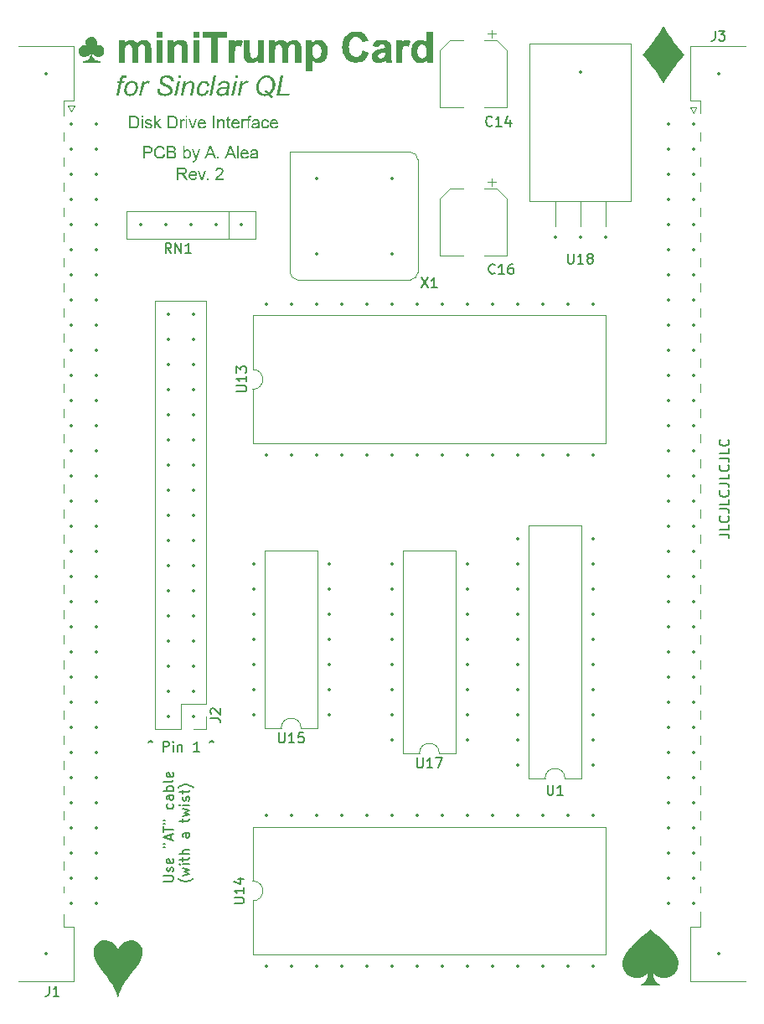
<source format=gto>
%TF.GenerationSoftware,KiCad,Pcbnew,8.0.5+1*%
%TF.CreationDate,2024-11-07T11:00:00+01:00*%
%TF.ProjectId,QL_MiniTrump3,514c5f4d-696e-4695-9472-756d70332e6b,02*%
%TF.SameCoordinates,Original*%
%TF.FileFunction,Legend,Top*%
%TF.FilePolarity,Positive*%
%FSLAX46Y46*%
G04 Gerber Fmt 4.6, Leading zero omitted, Abs format (unit mm)*
G04 Created by KiCad (PCBNEW 8.0.5+1) date 2024-11-07 11:00:00*
%MOMM*%
%LPD*%
G01*
G04 APERTURE LIST*
%ADD10C,0.150000*%
%ADD11C,0.010000*%
%ADD12C,0.300000*%
%ADD13C,0.600000*%
%ADD14C,0.120000*%
%ADD15C,0.350000*%
G04 APERTURE END LIST*
D10*
G36*
X144784137Y-58844058D02*
G01*
X144846164Y-58848923D01*
X144907606Y-58858454D01*
X144970241Y-58876325D01*
X145026297Y-58905583D01*
X145073982Y-58947178D01*
X145110070Y-58995699D01*
X145137762Y-59050886D01*
X145155198Y-59109592D01*
X145162377Y-59171815D01*
X145162583Y-59184682D01*
X145157163Y-59248910D01*
X145140906Y-59307872D01*
X145109661Y-59367909D01*
X145075876Y-59409996D01*
X145026627Y-59451613D01*
X144965585Y-59484872D01*
X144902501Y-59507117D01*
X144841242Y-59521092D01*
X144808125Y-59526317D01*
X144863192Y-59557027D01*
X144908570Y-59591346D01*
X144953429Y-59637893D01*
X144992528Y-59684986D01*
X145030419Y-59737005D01*
X145046872Y-59761706D01*
X145265775Y-60112500D01*
X145056032Y-60112500D01*
X144889641Y-59844443D01*
X144854760Y-59789851D01*
X144819351Y-59736600D01*
X144781583Y-59683257D01*
X144769352Y-59667062D01*
X144727134Y-59617831D01*
X144684477Y-59582798D01*
X144627920Y-59556637D01*
X144608762Y-59551352D01*
X144545908Y-59546200D01*
X144515950Y-59545856D01*
X144322692Y-59545856D01*
X144322692Y-60112500D01*
X144156302Y-60112500D01*
X144156302Y-59389541D01*
X144322692Y-59389541D01*
X144680814Y-59389541D01*
X144747318Y-59387394D01*
X144809248Y-59380074D01*
X144859416Y-59367559D01*
X144916126Y-59338708D01*
X144957419Y-59296728D01*
X144984574Y-59239069D01*
X144991002Y-59190483D01*
X144980270Y-59127402D01*
X144948072Y-59074097D01*
X144925972Y-59052791D01*
X144872564Y-59022025D01*
X144808545Y-59005138D01*
X144746726Y-58999227D01*
X144721114Y-58998752D01*
X144322692Y-58998752D01*
X144322692Y-59389541D01*
X144156302Y-59389541D01*
X144156302Y-58842437D01*
X144714397Y-58842437D01*
X144784137Y-58844058D01*
G37*
G36*
X145837270Y-59179083D02*
G01*
X145898765Y-59192510D01*
X145964540Y-59219489D01*
X146023887Y-59258653D01*
X146069639Y-59301919D01*
X146109067Y-59353299D01*
X146140336Y-59411957D01*
X146163449Y-59477891D01*
X146176478Y-59538396D01*
X146183842Y-59603954D01*
X146185655Y-59660040D01*
X146185044Y-59702172D01*
X145504828Y-59702172D01*
X145513338Y-59764549D01*
X145533039Y-59825463D01*
X145567505Y-59881646D01*
X145589702Y-59905198D01*
X145641264Y-59942389D01*
X145700160Y-59965806D01*
X145766391Y-59975448D01*
X145780517Y-59975724D01*
X145845396Y-59970332D01*
X145906137Y-59952467D01*
X145925536Y-59943056D01*
X145976421Y-59903911D01*
X146013988Y-59852002D01*
X146020791Y-59838948D01*
X146180770Y-59858487D01*
X146157815Y-59919872D01*
X146126808Y-59973968D01*
X146082299Y-60026113D01*
X146040636Y-60060293D01*
X145986082Y-60091682D01*
X145924391Y-60114102D01*
X145864558Y-60126364D01*
X145799261Y-60131759D01*
X145779601Y-60132039D01*
X145707520Y-60127692D01*
X145641256Y-60114651D01*
X145580809Y-60092916D01*
X145526180Y-60062487D01*
X145477368Y-60023364D01*
X145462391Y-60008391D01*
X145422549Y-59958409D01*
X145390950Y-59901430D01*
X145367594Y-59837452D01*
X145352481Y-59766476D01*
X145346184Y-59701984D01*
X145345154Y-59660956D01*
X145348046Y-59591259D01*
X145354140Y-59545856D01*
X145513376Y-59545856D01*
X146022623Y-59545856D01*
X146009557Y-59481714D01*
X145980964Y-59423594D01*
X145964310Y-59404195D01*
X145913839Y-59365555D01*
X145854782Y-59341226D01*
X145794289Y-59331566D01*
X145772579Y-59330922D01*
X145709455Y-59336647D01*
X145647595Y-59356167D01*
X145593671Y-59389541D01*
X145551400Y-59434321D01*
X145522814Y-59493869D01*
X145513376Y-59545856D01*
X145354140Y-59545856D01*
X145356722Y-59526616D01*
X145371182Y-59467027D01*
X145396170Y-59402190D01*
X145429486Y-59344631D01*
X145463612Y-59302224D01*
X145510513Y-59258854D01*
X145562373Y-59224457D01*
X145619191Y-59199034D01*
X145680969Y-59182583D01*
X145747705Y-59175105D01*
X145771053Y-59174607D01*
X145837270Y-59179083D01*
G37*
G36*
X146623155Y-60112500D02*
G01*
X146276330Y-59194146D01*
X146439667Y-59194146D01*
X146635367Y-59744303D01*
X146656583Y-59806387D01*
X146676572Y-59870057D01*
X146693680Y-59929317D01*
X146711340Y-59870699D01*
X146731601Y-59809724D01*
X146751077Y-59754684D01*
X146953799Y-59194146D01*
X147112862Y-59194146D01*
X146767563Y-60112500D01*
X146623155Y-60112500D01*
G37*
G36*
X147223382Y-60112500D02*
G01*
X147223382Y-59956184D01*
X147399542Y-59956184D01*
X147399542Y-60112500D01*
X147223382Y-60112500D01*
G37*
G36*
X148856450Y-59956184D02*
G01*
X148856450Y-60112500D01*
X148024193Y-60112500D01*
X148029141Y-60049967D01*
X148042206Y-60003201D01*
X148068544Y-59944089D01*
X148100315Y-59890852D01*
X148139539Y-59838091D01*
X148143872Y-59832841D01*
X148188273Y-59783876D01*
X148235972Y-59737432D01*
X148284063Y-59694539D01*
X148338086Y-59649542D01*
X148346288Y-59642943D01*
X148395499Y-59602838D01*
X148451163Y-59555834D01*
X148500328Y-59512303D01*
X148550746Y-59464650D01*
X148597738Y-59415377D01*
X148623504Y-59384351D01*
X148658481Y-59332302D01*
X148683919Y-59276453D01*
X148695790Y-59212189D01*
X148695861Y-59206969D01*
X148686630Y-59145117D01*
X148655797Y-59086830D01*
X148630220Y-59059202D01*
X148575323Y-59022365D01*
X148515043Y-59003534D01*
X148458640Y-58998752D01*
X148393316Y-59004327D01*
X148331445Y-59023339D01*
X148280037Y-59055844D01*
X148239165Y-59104802D01*
X148216839Y-59166039D01*
X148212260Y-59213686D01*
X148053502Y-59194146D01*
X148062747Y-59132669D01*
X148081564Y-59068190D01*
X148109029Y-59011513D01*
X148151008Y-58956291D01*
X148176234Y-58932501D01*
X148226342Y-58897408D01*
X148283432Y-58870934D01*
X148347507Y-58853079D01*
X148407985Y-58844636D01*
X148462303Y-58842437D01*
X148527544Y-58846022D01*
X148596957Y-58859266D01*
X148659153Y-58882269D01*
X148714131Y-58915032D01*
X148748983Y-58944408D01*
X148790144Y-58991224D01*
X148824805Y-59050453D01*
X148846263Y-59115788D01*
X148854206Y-59177965D01*
X148854618Y-59196589D01*
X148849529Y-59258449D01*
X148834262Y-59319502D01*
X148823783Y-59347409D01*
X148794903Y-59403938D01*
X148758322Y-59457717D01*
X148721201Y-59503114D01*
X148673357Y-59553461D01*
X148625793Y-59598597D01*
X148577815Y-59641448D01*
X148523183Y-59688142D01*
X148483064Y-59721406D01*
X148434356Y-59761316D01*
X148386375Y-59801393D01*
X148338682Y-59842660D01*
X148304156Y-59874973D01*
X148262231Y-59923045D01*
X148239127Y-59956184D01*
X148856450Y-59956184D01*
G37*
D11*
X192190719Y-136046175D02*
X192414438Y-136230365D01*
X192644651Y-136425062D01*
X192763210Y-136527977D01*
X192884612Y-136635471D01*
X193008966Y-136747967D01*
X193135121Y-136864378D01*
X193261634Y-136983366D01*
X193387062Y-137103595D01*
X193509964Y-137223727D01*
X193628894Y-137342424D01*
X193742412Y-137458349D01*
X193849074Y-137570163D01*
X193947742Y-137676864D01*
X194038514Y-137778478D01*
X194121796Y-137875358D01*
X194197994Y-137967853D01*
X194267513Y-138056314D01*
X194330759Y-138141092D01*
X194388139Y-138222536D01*
X194440057Y-138300998D01*
X194464087Y-138339213D01*
X194486888Y-138376784D01*
X194508495Y-138413736D01*
X194528941Y-138450092D01*
X194548261Y-138485876D01*
X194566490Y-138521111D01*
X194583661Y-138555821D01*
X194599809Y-138590030D01*
X194614968Y-138623761D01*
X194629173Y-138657038D01*
X194654855Y-138722324D01*
X194677129Y-138786076D01*
X194696270Y-138848484D01*
X194712501Y-138909816D01*
X194719537Y-138940185D01*
X194725849Y-138970434D01*
X194731435Y-139000621D01*
X194736292Y-139030803D01*
X194740418Y-139061040D01*
X194743809Y-139091388D01*
X194746464Y-139121907D01*
X194748379Y-139152655D01*
X194749552Y-139183688D01*
X194749980Y-139215067D01*
X194749660Y-139246848D01*
X194748591Y-139279089D01*
X194746768Y-139311850D01*
X194744190Y-139345188D01*
X194736714Y-139413669D01*
X194725975Y-139484205D01*
X194719308Y-139520092D01*
X194711739Y-139556312D01*
X194703237Y-139592803D01*
X194693775Y-139629505D01*
X194683322Y-139666357D01*
X194671850Y-139703298D01*
X194659330Y-139740269D01*
X194645733Y-139777208D01*
X194631030Y-139814055D01*
X194615191Y-139850748D01*
X194598188Y-139887229D01*
X194579992Y-139923435D01*
X194560587Y-139959262D01*
X194540008Y-139994701D01*
X194518301Y-140029692D01*
X194495513Y-140064180D01*
X194471687Y-140098106D01*
X194446871Y-140131413D01*
X194421110Y-140164044D01*
X194394449Y-140195942D01*
X194366934Y-140227048D01*
X194338611Y-140257306D01*
X194309525Y-140286657D01*
X194279723Y-140315046D01*
X194249249Y-140342414D01*
X194218150Y-140368704D01*
X194186471Y-140393858D01*
X194154258Y-140417820D01*
X194121546Y-140440521D01*
X194088363Y-140461995D01*
X194054724Y-140482262D01*
X194020642Y-140501346D01*
X193986133Y-140519269D01*
X193951210Y-140536051D01*
X193915889Y-140551717D01*
X193880183Y-140566288D01*
X193844107Y-140579785D01*
X193807675Y-140592232D01*
X193770902Y-140603651D01*
X193733802Y-140614063D01*
X193696389Y-140623491D01*
X193658679Y-140631957D01*
X193620684Y-140639483D01*
X193582421Y-140646091D01*
X193543897Y-140651819D01*
X193505139Y-140656625D01*
X193466166Y-140660483D01*
X193426997Y-140663366D01*
X193387650Y-140665249D01*
X193348145Y-140666105D01*
X193308502Y-140665907D01*
X193268738Y-140664631D01*
X193228874Y-140662248D01*
X193188927Y-140658733D01*
X193148918Y-140654060D01*
X193108866Y-140648203D01*
X193068788Y-140641134D01*
X193028706Y-140632828D01*
X192988637Y-140623259D01*
X192948600Y-140612400D01*
X192908623Y-140600214D01*
X192868766Y-140586749D01*
X192829098Y-140572037D01*
X192789685Y-140556108D01*
X192750595Y-140538994D01*
X192711897Y-140520726D01*
X192673657Y-140501336D01*
X192635945Y-140480854D01*
X192598826Y-140459312D01*
X192562370Y-140436741D01*
X192526644Y-140413173D01*
X192491715Y-140388639D01*
X192457652Y-140363170D01*
X192424522Y-140336798D01*
X192392393Y-140309553D01*
X192361333Y-140281467D01*
X192339092Y-140260206D01*
X192317463Y-140238548D01*
X192296414Y-140216506D01*
X192275913Y-140194095D01*
X192255925Y-140171330D01*
X192236420Y-140148224D01*
X192217364Y-140124791D01*
X192198724Y-140101047D01*
X192202933Y-140186206D01*
X192207447Y-140267063D01*
X192212632Y-140344257D01*
X192218854Y-140418430D01*
X192223495Y-140464493D01*
X192228801Y-140510194D01*
X192234870Y-140555366D01*
X192241801Y-140599842D01*
X192249692Y-140643453D01*
X192258642Y-140686033D01*
X192268750Y-140727414D01*
X192280113Y-140767429D01*
X192286296Y-140786858D01*
X192292830Y-140805932D01*
X192299726Y-140824677D01*
X192306997Y-140843118D01*
X192314656Y-140861281D01*
X192322714Y-140879191D01*
X192331184Y-140896874D01*
X192340079Y-140914356D01*
X192349411Y-140931661D01*
X192359191Y-140948817D01*
X192369433Y-140965847D01*
X192380149Y-140982778D01*
X192391352Y-140999636D01*
X192403052Y-141016445D01*
X192415264Y-141033232D01*
X192427999Y-141050022D01*
X192441266Y-141066850D01*
X192455023Y-141083663D01*
X192469228Y-141100416D01*
X192483838Y-141117069D01*
X192498811Y-141133579D01*
X192514104Y-141149903D01*
X192529674Y-141166000D01*
X192545480Y-141181827D01*
X192561477Y-141197343D01*
X192577624Y-141212504D01*
X192593879Y-141227269D01*
X192610197Y-141241596D01*
X192626538Y-141255442D01*
X192642857Y-141268765D01*
X192659114Y-141281523D01*
X192675264Y-141293674D01*
X192691264Y-141305186D01*
X192707065Y-141316066D01*
X192722618Y-141326328D01*
X192737876Y-141335987D01*
X192752788Y-141345056D01*
X192767307Y-141353550D01*
X192781384Y-141361483D01*
X192794969Y-141368869D01*
X192820472Y-141382061D01*
X192843427Y-141393238D01*
X192863444Y-141402515D01*
X192880133Y-141410007D01*
X192892696Y-141415847D01*
X192896698Y-141418204D01*
X192898711Y-141420217D01*
X192898860Y-141421103D01*
X192898379Y-141421911D01*
X192895349Y-141423309D01*
X192889269Y-141424434D01*
X192879785Y-141425312D01*
X192849189Y-141426416D01*
X192800733Y-141426813D01*
X192638934Y-141426242D01*
X191970238Y-141423435D01*
X191301535Y-141426242D01*
X191208884Y-141426691D01*
X191171553Y-141426805D01*
X191139746Y-141426813D01*
X191113110Y-141426691D01*
X191091292Y-141426416D01*
X191073939Y-141425964D01*
X191066826Y-141425665D01*
X191060697Y-141425312D01*
X191055507Y-141424903D01*
X191051212Y-141424434D01*
X191047768Y-141423904D01*
X191045131Y-141423309D01*
X191043257Y-141422645D01*
X191042592Y-141422287D01*
X191042101Y-141421911D01*
X191041779Y-141421516D01*
X191041620Y-141421103D01*
X191041618Y-141420670D01*
X191041769Y-141420217D01*
X191042065Y-141419745D01*
X191042503Y-141419252D01*
X191043780Y-141418204D01*
X191045554Y-141417070D01*
X191047782Y-141415847D01*
X191053421Y-141413122D01*
X191060343Y-141410007D01*
X191097044Y-141393238D01*
X191119997Y-141382061D01*
X191145498Y-141368869D01*
X191173159Y-141353550D01*
X191202591Y-141335987D01*
X191217849Y-141326328D01*
X191233403Y-141316066D01*
X191249206Y-141305186D01*
X191265207Y-141293674D01*
X191281358Y-141281523D01*
X191297616Y-141268765D01*
X191313936Y-141255442D01*
X191330278Y-141241596D01*
X191346597Y-141227269D01*
X191362852Y-141212504D01*
X191394997Y-141181827D01*
X191426372Y-141149903D01*
X191441664Y-141133579D01*
X191456636Y-141117069D01*
X191471244Y-141100416D01*
X191485447Y-141083663D01*
X191499201Y-141066850D01*
X191512464Y-141050022D01*
X191525201Y-141033232D01*
X191537415Y-141016445D01*
X191549118Y-140999636D01*
X191560322Y-140982778D01*
X191571039Y-140965847D01*
X191581283Y-140948817D01*
X191591065Y-140931661D01*
X191600397Y-140914356D01*
X191609292Y-140896874D01*
X191617763Y-140879191D01*
X191625822Y-140861281D01*
X191633481Y-140843118D01*
X191640752Y-140824677D01*
X191647648Y-140805932D01*
X191654181Y-140786858D01*
X191660364Y-140767429D01*
X191671728Y-140727414D01*
X191681835Y-140686033D01*
X191690786Y-140643453D01*
X191698677Y-140599842D01*
X191705608Y-140555366D01*
X191711677Y-140510194D01*
X191716982Y-140464493D01*
X191721621Y-140418430D01*
X191727839Y-140344257D01*
X191733018Y-140267063D01*
X191737530Y-140186206D01*
X191741750Y-140101047D01*
X191723105Y-140124756D01*
X191704042Y-140148172D01*
X191684531Y-140171276D01*
X191664538Y-140194049D01*
X191644031Y-140216474D01*
X191622977Y-140238531D01*
X191601344Y-140260201D01*
X191579100Y-140281467D01*
X191548037Y-140309553D01*
X191515906Y-140336798D01*
X191482773Y-140363170D01*
X191448707Y-140388639D01*
X191413775Y-140413173D01*
X191378045Y-140436741D01*
X191341585Y-140459312D01*
X191304463Y-140480854D01*
X191266747Y-140501336D01*
X191228504Y-140520726D01*
X191189803Y-140538994D01*
X191150711Y-140556108D01*
X191111296Y-140572037D01*
X191071626Y-140586749D01*
X191031768Y-140600214D01*
X190991792Y-140612400D01*
X190941739Y-140625758D01*
X190891643Y-140637117D01*
X190841541Y-140646528D01*
X190791470Y-140654041D01*
X190741468Y-140659706D01*
X190691572Y-140663572D01*
X190641819Y-140665690D01*
X190592247Y-140666111D01*
X190562607Y-140665586D01*
X190533055Y-140664476D01*
X190503600Y-140662791D01*
X190474247Y-140660541D01*
X190445006Y-140657736D01*
X190415882Y-140654386D01*
X190386884Y-140650501D01*
X190358019Y-140646091D01*
X190319753Y-140639483D01*
X190281755Y-140631957D01*
X190244041Y-140623491D01*
X190206623Y-140614063D01*
X190169519Y-140603651D01*
X190132741Y-140592232D01*
X190096304Y-140579785D01*
X190060223Y-140566288D01*
X190024513Y-140551717D01*
X189989188Y-140536051D01*
X189954262Y-140519269D01*
X189919751Y-140501346D01*
X189885668Y-140482262D01*
X189852029Y-140461995D01*
X189818848Y-140440521D01*
X189786139Y-140417820D01*
X189753923Y-140393858D01*
X189722242Y-140368704D01*
X189691141Y-140342414D01*
X189660665Y-140315046D01*
X189630861Y-140286657D01*
X189601774Y-140257306D01*
X189573450Y-140227048D01*
X189545934Y-140195942D01*
X189519273Y-140164044D01*
X189493511Y-140131413D01*
X189468695Y-140098106D01*
X189444871Y-140064180D01*
X189422083Y-140029692D01*
X189400378Y-139994701D01*
X189379801Y-139959262D01*
X189360398Y-139923435D01*
X189342203Y-139887229D01*
X189325201Y-139850748D01*
X189309363Y-139814055D01*
X189294659Y-139777208D01*
X189281061Y-139740269D01*
X189268539Y-139703298D01*
X189257066Y-139666357D01*
X189246613Y-139629505D01*
X189237149Y-139592803D01*
X189228647Y-139556312D01*
X189221078Y-139520092D01*
X189214412Y-139484205D01*
X189203676Y-139413669D01*
X189196209Y-139345188D01*
X189193633Y-139311850D01*
X189191814Y-139279089D01*
X189190749Y-139246848D01*
X189190434Y-139215067D01*
X189190868Y-139183688D01*
X189192046Y-139152655D01*
X189193967Y-139121907D01*
X189196627Y-139091388D01*
X189200023Y-139061040D01*
X189204153Y-139030803D01*
X189209013Y-139000621D01*
X189214600Y-138970434D01*
X189220913Y-138940185D01*
X189227947Y-138909816D01*
X189244168Y-138848484D01*
X189263304Y-138786076D01*
X189285570Y-138722324D01*
X189311243Y-138657038D01*
X189340597Y-138590030D01*
X189373908Y-138521111D01*
X189411451Y-138450092D01*
X189453502Y-138376784D01*
X189500336Y-138300998D01*
X189552249Y-138222536D01*
X189609625Y-138141092D01*
X189672869Y-138056314D01*
X189742387Y-137967853D01*
X189818584Y-137875358D01*
X189901866Y-137778478D01*
X189992638Y-137676864D01*
X190091307Y-137570163D01*
X190197971Y-137458349D01*
X190311495Y-137342424D01*
X190430435Y-137223727D01*
X190553347Y-137103595D01*
X190678785Y-136983366D01*
X190805305Y-136864378D01*
X190931463Y-136747967D01*
X191055814Y-136635471D01*
X191177222Y-136527977D01*
X191295788Y-136425062D01*
X191411918Y-136326075D01*
X191526017Y-136230365D01*
X191749749Y-136046175D01*
X191970230Y-135867283D01*
X191970245Y-135867283D01*
X192190719Y-136046175D01*
G36*
X192190719Y-136046175D02*
G01*
X192414438Y-136230365D01*
X192644651Y-136425062D01*
X192763210Y-136527977D01*
X192884612Y-136635471D01*
X193008966Y-136747967D01*
X193135121Y-136864378D01*
X193261634Y-136983366D01*
X193387062Y-137103595D01*
X193509964Y-137223727D01*
X193628894Y-137342424D01*
X193742412Y-137458349D01*
X193849074Y-137570163D01*
X193947742Y-137676864D01*
X194038514Y-137778478D01*
X194121796Y-137875358D01*
X194197994Y-137967853D01*
X194267513Y-138056314D01*
X194330759Y-138141092D01*
X194388139Y-138222536D01*
X194440057Y-138300998D01*
X194464087Y-138339213D01*
X194486888Y-138376784D01*
X194508495Y-138413736D01*
X194528941Y-138450092D01*
X194548261Y-138485876D01*
X194566490Y-138521111D01*
X194583661Y-138555821D01*
X194599809Y-138590030D01*
X194614968Y-138623761D01*
X194629173Y-138657038D01*
X194654855Y-138722324D01*
X194677129Y-138786076D01*
X194696270Y-138848484D01*
X194712501Y-138909816D01*
X194719537Y-138940185D01*
X194725849Y-138970434D01*
X194731435Y-139000621D01*
X194736292Y-139030803D01*
X194740418Y-139061040D01*
X194743809Y-139091388D01*
X194746464Y-139121907D01*
X194748379Y-139152655D01*
X194749552Y-139183688D01*
X194749980Y-139215067D01*
X194749660Y-139246848D01*
X194748591Y-139279089D01*
X194746768Y-139311850D01*
X194744190Y-139345188D01*
X194736714Y-139413669D01*
X194725975Y-139484205D01*
X194719308Y-139520092D01*
X194711739Y-139556312D01*
X194703237Y-139592803D01*
X194693775Y-139629505D01*
X194683322Y-139666357D01*
X194671850Y-139703298D01*
X194659330Y-139740269D01*
X194645733Y-139777208D01*
X194631030Y-139814055D01*
X194615191Y-139850748D01*
X194598188Y-139887229D01*
X194579992Y-139923435D01*
X194560587Y-139959262D01*
X194540008Y-139994701D01*
X194518301Y-140029692D01*
X194495513Y-140064180D01*
X194471687Y-140098106D01*
X194446871Y-140131413D01*
X194421110Y-140164044D01*
X194394449Y-140195942D01*
X194366934Y-140227048D01*
X194338611Y-140257306D01*
X194309525Y-140286657D01*
X194279723Y-140315046D01*
X194249249Y-140342414D01*
X194218150Y-140368704D01*
X194186471Y-140393858D01*
X194154258Y-140417820D01*
X194121546Y-140440521D01*
X194088363Y-140461995D01*
X194054724Y-140482262D01*
X194020642Y-140501346D01*
X193986133Y-140519269D01*
X193951210Y-140536051D01*
X193915889Y-140551717D01*
X193880183Y-140566288D01*
X193844107Y-140579785D01*
X193807675Y-140592232D01*
X193770902Y-140603651D01*
X193733802Y-140614063D01*
X193696389Y-140623491D01*
X193658679Y-140631957D01*
X193620684Y-140639483D01*
X193582421Y-140646091D01*
X193543897Y-140651819D01*
X193505139Y-140656625D01*
X193466166Y-140660483D01*
X193426997Y-140663366D01*
X193387650Y-140665249D01*
X193348145Y-140666105D01*
X193308502Y-140665907D01*
X193268738Y-140664631D01*
X193228874Y-140662248D01*
X193188927Y-140658733D01*
X193148918Y-140654060D01*
X193108866Y-140648203D01*
X193068788Y-140641134D01*
X193028706Y-140632828D01*
X192988637Y-140623259D01*
X192948600Y-140612400D01*
X192908623Y-140600214D01*
X192868766Y-140586749D01*
X192829098Y-140572037D01*
X192789685Y-140556108D01*
X192750595Y-140538994D01*
X192711897Y-140520726D01*
X192673657Y-140501336D01*
X192635945Y-140480854D01*
X192598826Y-140459312D01*
X192562370Y-140436741D01*
X192526644Y-140413173D01*
X192491715Y-140388639D01*
X192457652Y-140363170D01*
X192424522Y-140336798D01*
X192392393Y-140309553D01*
X192361333Y-140281467D01*
X192339092Y-140260206D01*
X192317463Y-140238548D01*
X192296414Y-140216506D01*
X192275913Y-140194095D01*
X192255925Y-140171330D01*
X192236420Y-140148224D01*
X192217364Y-140124791D01*
X192198724Y-140101047D01*
X192202933Y-140186206D01*
X192207447Y-140267063D01*
X192212632Y-140344257D01*
X192218854Y-140418430D01*
X192223495Y-140464493D01*
X192228801Y-140510194D01*
X192234870Y-140555366D01*
X192241801Y-140599842D01*
X192249692Y-140643453D01*
X192258642Y-140686033D01*
X192268750Y-140727414D01*
X192280113Y-140767429D01*
X192286296Y-140786858D01*
X192292830Y-140805932D01*
X192299726Y-140824677D01*
X192306997Y-140843118D01*
X192314656Y-140861281D01*
X192322714Y-140879191D01*
X192331184Y-140896874D01*
X192340079Y-140914356D01*
X192349411Y-140931661D01*
X192359191Y-140948817D01*
X192369433Y-140965847D01*
X192380149Y-140982778D01*
X192391352Y-140999636D01*
X192403052Y-141016445D01*
X192415264Y-141033232D01*
X192427999Y-141050022D01*
X192441266Y-141066850D01*
X192455023Y-141083663D01*
X192469228Y-141100416D01*
X192483838Y-141117069D01*
X192498811Y-141133579D01*
X192514104Y-141149903D01*
X192529674Y-141166000D01*
X192545480Y-141181827D01*
X192561477Y-141197343D01*
X192577624Y-141212504D01*
X192593879Y-141227269D01*
X192610197Y-141241596D01*
X192626538Y-141255442D01*
X192642857Y-141268765D01*
X192659114Y-141281523D01*
X192675264Y-141293674D01*
X192691264Y-141305186D01*
X192707065Y-141316066D01*
X192722618Y-141326328D01*
X192737876Y-141335987D01*
X192752788Y-141345056D01*
X192767307Y-141353550D01*
X192781384Y-141361483D01*
X192794969Y-141368869D01*
X192820472Y-141382061D01*
X192843427Y-141393238D01*
X192863444Y-141402515D01*
X192880133Y-141410007D01*
X192892696Y-141415847D01*
X192896698Y-141418204D01*
X192898711Y-141420217D01*
X192898860Y-141421103D01*
X192898379Y-141421911D01*
X192895349Y-141423309D01*
X192889269Y-141424434D01*
X192879785Y-141425312D01*
X192849189Y-141426416D01*
X192800733Y-141426813D01*
X192638934Y-141426242D01*
X191970238Y-141423435D01*
X191301535Y-141426242D01*
X191208884Y-141426691D01*
X191171553Y-141426805D01*
X191139746Y-141426813D01*
X191113110Y-141426691D01*
X191091292Y-141426416D01*
X191073939Y-141425964D01*
X191066826Y-141425665D01*
X191060697Y-141425312D01*
X191055507Y-141424903D01*
X191051212Y-141424434D01*
X191047768Y-141423904D01*
X191045131Y-141423309D01*
X191043257Y-141422645D01*
X191042592Y-141422287D01*
X191042101Y-141421911D01*
X191041779Y-141421516D01*
X191041620Y-141421103D01*
X191041618Y-141420670D01*
X191041769Y-141420217D01*
X191042065Y-141419745D01*
X191042503Y-141419252D01*
X191043780Y-141418204D01*
X191045554Y-141417070D01*
X191047782Y-141415847D01*
X191053421Y-141413122D01*
X191060343Y-141410007D01*
X191097044Y-141393238D01*
X191119997Y-141382061D01*
X191145498Y-141368869D01*
X191173159Y-141353550D01*
X191202591Y-141335987D01*
X191217849Y-141326328D01*
X191233403Y-141316066D01*
X191249206Y-141305186D01*
X191265207Y-141293674D01*
X191281358Y-141281523D01*
X191297616Y-141268765D01*
X191313936Y-141255442D01*
X191330278Y-141241596D01*
X191346597Y-141227269D01*
X191362852Y-141212504D01*
X191394997Y-141181827D01*
X191426372Y-141149903D01*
X191441664Y-141133579D01*
X191456636Y-141117069D01*
X191471244Y-141100416D01*
X191485447Y-141083663D01*
X191499201Y-141066850D01*
X191512464Y-141050022D01*
X191525201Y-141033232D01*
X191537415Y-141016445D01*
X191549118Y-140999636D01*
X191560322Y-140982778D01*
X191571039Y-140965847D01*
X191581283Y-140948817D01*
X191591065Y-140931661D01*
X191600397Y-140914356D01*
X191609292Y-140896874D01*
X191617763Y-140879191D01*
X191625822Y-140861281D01*
X191633481Y-140843118D01*
X191640752Y-140824677D01*
X191647648Y-140805932D01*
X191654181Y-140786858D01*
X191660364Y-140767429D01*
X191671728Y-140727414D01*
X191681835Y-140686033D01*
X191690786Y-140643453D01*
X191698677Y-140599842D01*
X191705608Y-140555366D01*
X191711677Y-140510194D01*
X191716982Y-140464493D01*
X191721621Y-140418430D01*
X191727839Y-140344257D01*
X191733018Y-140267063D01*
X191737530Y-140186206D01*
X191741750Y-140101047D01*
X191723105Y-140124756D01*
X191704042Y-140148172D01*
X191684531Y-140171276D01*
X191664538Y-140194049D01*
X191644031Y-140216474D01*
X191622977Y-140238531D01*
X191601344Y-140260201D01*
X191579100Y-140281467D01*
X191548037Y-140309553D01*
X191515906Y-140336798D01*
X191482773Y-140363170D01*
X191448707Y-140388639D01*
X191413775Y-140413173D01*
X191378045Y-140436741D01*
X191341585Y-140459312D01*
X191304463Y-140480854D01*
X191266747Y-140501336D01*
X191228504Y-140520726D01*
X191189803Y-140538994D01*
X191150711Y-140556108D01*
X191111296Y-140572037D01*
X191071626Y-140586749D01*
X191031768Y-140600214D01*
X190991792Y-140612400D01*
X190941739Y-140625758D01*
X190891643Y-140637117D01*
X190841541Y-140646528D01*
X190791470Y-140654041D01*
X190741468Y-140659706D01*
X190691572Y-140663572D01*
X190641819Y-140665690D01*
X190592247Y-140666111D01*
X190562607Y-140665586D01*
X190533055Y-140664476D01*
X190503600Y-140662791D01*
X190474247Y-140660541D01*
X190445006Y-140657736D01*
X190415882Y-140654386D01*
X190386884Y-140650501D01*
X190358019Y-140646091D01*
X190319753Y-140639483D01*
X190281755Y-140631957D01*
X190244041Y-140623491D01*
X190206623Y-140614063D01*
X190169519Y-140603651D01*
X190132741Y-140592232D01*
X190096304Y-140579785D01*
X190060223Y-140566288D01*
X190024513Y-140551717D01*
X189989188Y-140536051D01*
X189954262Y-140519269D01*
X189919751Y-140501346D01*
X189885668Y-140482262D01*
X189852029Y-140461995D01*
X189818848Y-140440521D01*
X189786139Y-140417820D01*
X189753923Y-140393858D01*
X189722242Y-140368704D01*
X189691141Y-140342414D01*
X189660665Y-140315046D01*
X189630861Y-140286657D01*
X189601774Y-140257306D01*
X189573450Y-140227048D01*
X189545934Y-140195942D01*
X189519273Y-140164044D01*
X189493511Y-140131413D01*
X189468695Y-140098106D01*
X189444871Y-140064180D01*
X189422083Y-140029692D01*
X189400378Y-139994701D01*
X189379801Y-139959262D01*
X189360398Y-139923435D01*
X189342203Y-139887229D01*
X189325201Y-139850748D01*
X189309363Y-139814055D01*
X189294659Y-139777208D01*
X189281061Y-139740269D01*
X189268539Y-139703298D01*
X189257066Y-139666357D01*
X189246613Y-139629505D01*
X189237149Y-139592803D01*
X189228647Y-139556312D01*
X189221078Y-139520092D01*
X189214412Y-139484205D01*
X189203676Y-139413669D01*
X189196209Y-139345188D01*
X189193633Y-139311850D01*
X189191814Y-139279089D01*
X189190749Y-139246848D01*
X189190434Y-139215067D01*
X189190868Y-139183688D01*
X189192046Y-139152655D01*
X189193967Y-139121907D01*
X189196627Y-139091388D01*
X189200023Y-139061040D01*
X189204153Y-139030803D01*
X189209013Y-139000621D01*
X189214600Y-138970434D01*
X189220913Y-138940185D01*
X189227947Y-138909816D01*
X189244168Y-138848484D01*
X189263304Y-138786076D01*
X189285570Y-138722324D01*
X189311243Y-138657038D01*
X189340597Y-138590030D01*
X189373908Y-138521111D01*
X189411451Y-138450092D01*
X189453502Y-138376784D01*
X189500336Y-138300998D01*
X189552249Y-138222536D01*
X189609625Y-138141092D01*
X189672869Y-138056314D01*
X189742387Y-137967853D01*
X189818584Y-137875358D01*
X189901866Y-137778478D01*
X189992638Y-137676864D01*
X190091307Y-137570163D01*
X190197971Y-137458349D01*
X190311495Y-137342424D01*
X190430435Y-137223727D01*
X190553347Y-137103595D01*
X190678785Y-136983366D01*
X190805305Y-136864378D01*
X190931463Y-136747967D01*
X191055814Y-136635471D01*
X191177222Y-136527977D01*
X191295788Y-136425062D01*
X191411918Y-136326075D01*
X191526017Y-136230365D01*
X191749749Y-136046175D01*
X191970230Y-135867283D01*
X191970245Y-135867283D01*
X192190719Y-136046175D01*
G37*
D10*
G36*
X138049983Y-51603000D02*
G01*
X138314742Y-50321213D01*
X138092481Y-50321213D01*
X138132048Y-50133635D01*
X138354798Y-50133635D01*
X138397296Y-49924563D01*
X138420306Y-49827370D01*
X138450092Y-49733390D01*
X138465196Y-49698882D01*
X138526333Y-49621717D01*
X138579501Y-49584577D01*
X138672802Y-49550871D01*
X138777681Y-49539811D01*
X138794435Y-49539636D01*
X138893624Y-49548144D01*
X138994385Y-49566767D01*
X139068964Y-49584088D01*
X139024023Y-49800976D01*
X138921268Y-49793295D01*
X138823296Y-49789784D01*
X138812509Y-49789741D01*
X138716981Y-49812636D01*
X138701623Y-49824423D01*
X138654753Y-49915770D01*
X138636654Y-49986600D01*
X138603437Y-50133635D01*
X138880897Y-50133635D01*
X138841330Y-50321213D01*
X138563381Y-50321213D01*
X138298622Y-51603000D01*
X138049983Y-51603000D01*
G37*
G36*
X139743172Y-50110296D02*
G01*
X139843851Y-50134068D01*
X139934712Y-50173688D01*
X140015756Y-50229156D01*
X140057659Y-50267968D01*
X140120661Y-50345956D01*
X140168188Y-50435024D01*
X140200242Y-50535172D01*
X140216821Y-50646399D01*
X140219348Y-50714933D01*
X140214486Y-50823739D01*
X140199900Y-50929179D01*
X140175590Y-51031254D01*
X140141556Y-51129962D01*
X140117743Y-51184856D01*
X140069177Y-51275119D01*
X140012382Y-51355706D01*
X139937400Y-51435955D01*
X139851671Y-51503564D01*
X139828559Y-51518491D01*
X139733518Y-51569141D01*
X139635974Y-51605320D01*
X139535926Y-51627027D01*
X139433374Y-51634263D01*
X139329829Y-51627155D01*
X139232294Y-51605831D01*
X139140769Y-51570292D01*
X139123186Y-51561478D01*
X139035208Y-51503946D01*
X138962699Y-51432098D01*
X138910206Y-51354360D01*
X138868489Y-51257215D01*
X138845591Y-51160586D01*
X138837005Y-51056039D01*
X138836933Y-51045149D01*
X138837811Y-51021702D01*
X139085572Y-51021702D01*
X139091740Y-51119918D01*
X139113421Y-51215303D01*
X139161120Y-51310160D01*
X139184247Y-51338729D01*
X139266106Y-51404514D01*
X139362941Y-51439937D01*
X139435817Y-51446684D01*
X139534773Y-51433899D01*
X139593598Y-51413956D01*
X139683029Y-51363036D01*
X139739655Y-51314304D01*
X139805627Y-51237960D01*
X139854449Y-51161897D01*
X139897191Y-51072748D01*
X139930653Y-50977249D01*
X139956550Y-50875148D01*
X139970495Y-50776207D01*
X139973151Y-50712002D01*
X139965268Y-50606416D01*
X139938020Y-50505685D01*
X139885567Y-50415046D01*
X139873500Y-50400836D01*
X139798929Y-50337705D01*
X139703754Y-50298721D01*
X139622907Y-50289950D01*
X139524679Y-50300796D01*
X139428151Y-50336488D01*
X139409927Y-50346614D01*
X139329277Y-50405866D01*
X139260751Y-50478969D01*
X139236026Y-50511722D01*
X139183544Y-50598139D01*
X139142603Y-50694721D01*
X139121720Y-50764758D01*
X139099693Y-50868439D01*
X139087302Y-50970838D01*
X139085572Y-51021702D01*
X138837811Y-51021702D01*
X138840864Y-50940117D01*
X138852656Y-50839710D01*
X138872310Y-50743929D01*
X138907933Y-50630706D01*
X138955839Y-50524711D01*
X139016030Y-50425943D01*
X139088503Y-50334402D01*
X139170890Y-50255548D01*
X139262343Y-50193008D01*
X139362864Y-50146784D01*
X139472453Y-50116873D01*
X139570704Y-50104411D01*
X139632676Y-50102371D01*
X139743172Y-50110296D01*
G37*
G36*
X140350262Y-51603000D02*
G01*
X140655565Y-50133635D01*
X140875384Y-50133635D01*
X140813346Y-50387647D01*
X140876394Y-50311754D01*
X140945450Y-50241477D01*
X141026931Y-50176665D01*
X141033653Y-50172225D01*
X141122173Y-50126998D01*
X141219306Y-50104077D01*
X141254449Y-50102371D01*
X141354675Y-50113393D01*
X141437143Y-50133635D01*
X141335538Y-50383739D01*
X141263443Y-50310558D01*
X141193877Y-50289950D01*
X141095096Y-50312207D01*
X141011309Y-50364757D01*
X140934759Y-50438482D01*
X140926187Y-50448219D01*
X140868938Y-50529333D01*
X140824333Y-50618096D01*
X140783850Y-50724617D01*
X140753263Y-50826948D01*
X140725537Y-50941611D01*
X140710276Y-51016328D01*
X140586689Y-51603000D01*
X140350262Y-51603000D01*
G37*
G36*
X142164498Y-50946475D02*
G01*
X142428280Y-50915212D01*
X142425349Y-50987508D01*
X142435634Y-51088393D01*
X142466489Y-51181612D01*
X142479083Y-51206838D01*
X142539470Y-51285430D01*
X142619487Y-51343005D01*
X142656403Y-51361199D01*
X142755688Y-51394241D01*
X142858285Y-51411132D01*
X142950471Y-51415421D01*
X143050766Y-51410279D01*
X143151936Y-51391808D01*
X143248600Y-51354971D01*
X143319278Y-51307954D01*
X143391587Y-51230156D01*
X143436238Y-51137122D01*
X143446284Y-51061757D01*
X143427259Y-50963817D01*
X143378873Y-50885414D01*
X143294060Y-50819697D01*
X143200271Y-50767185D01*
X143110374Y-50723233D01*
X143003716Y-50675365D01*
X142907075Y-50632372D01*
X142814316Y-50588905D01*
X142724900Y-50543071D01*
X142679850Y-50516607D01*
X142594638Y-50452967D01*
X142521033Y-50379328D01*
X142479083Y-50321213D01*
X142437334Y-50230250D01*
X142416869Y-50129612D01*
X142414602Y-50079901D01*
X142424646Y-49976071D01*
X142454777Y-49879513D01*
X142499599Y-49798045D01*
X142567663Y-49718720D01*
X142645668Y-49658728D01*
X142739034Y-49610280D01*
X142749215Y-49606070D01*
X142844862Y-49573956D01*
X142947155Y-49552352D01*
X143056094Y-49541258D01*
X143119487Y-49539636D01*
X143223315Y-49543750D01*
X143332987Y-49558527D01*
X143433074Y-49584050D01*
X143534212Y-49625609D01*
X143621942Y-49678254D01*
X143702198Y-49747444D01*
X143764328Y-49827891D01*
X143779431Y-49854221D01*
X143822817Y-49951062D01*
X143849607Y-50053151D01*
X143855635Y-50127284D01*
X143854170Y-50170271D01*
X143594784Y-50191764D01*
X143588869Y-50092617D01*
X143579641Y-50048150D01*
X143539129Y-49955843D01*
X143494156Y-49896230D01*
X143415554Y-49833771D01*
X143335398Y-49796091D01*
X143235693Y-49769093D01*
X143132950Y-49758808D01*
X143109718Y-49758478D01*
X143005884Y-49764767D01*
X142903595Y-49786877D01*
X142807978Y-49830116D01*
X142767289Y-49859106D01*
X142703509Y-49935935D01*
X142675446Y-50032213D01*
X142673988Y-50063293D01*
X142692228Y-50159341D01*
X142712579Y-50198115D01*
X142784859Y-50271655D01*
X142851309Y-50314863D01*
X142941745Y-50360388D01*
X143042419Y-50407112D01*
X143142253Y-50452055D01*
X143190806Y-50473621D01*
X143290854Y-50519386D01*
X143383337Y-50564667D01*
X143473588Y-50614825D01*
X143490248Y-50625540D01*
X143571165Y-50690233D01*
X143635313Y-50765247D01*
X143659264Y-50803348D01*
X143699669Y-50899906D01*
X143716928Y-50999446D01*
X143718371Y-51040264D01*
X143708639Y-51140413D01*
X143679445Y-51235696D01*
X143630787Y-51326114D01*
X143618720Y-51343614D01*
X143548996Y-51424214D01*
X143473519Y-51486312D01*
X143385987Y-51538519D01*
X143343214Y-51558547D01*
X143240277Y-51595148D01*
X143142030Y-51617626D01*
X143037433Y-51630639D01*
X142940702Y-51634263D01*
X142836910Y-51630613D01*
X142739249Y-51619665D01*
X142630147Y-51596893D01*
X142529872Y-51563612D01*
X142438424Y-51519820D01*
X142382362Y-51484786D01*
X142308769Y-51420317D01*
X142250288Y-51339019D01*
X142206920Y-51240890D01*
X142182324Y-51146261D01*
X142168222Y-51039943D01*
X142164498Y-50946475D01*
G37*
G36*
X144279152Y-49821004D02*
G01*
X144338259Y-49570899D01*
X144585433Y-49570899D01*
X144526326Y-49821004D01*
X144279152Y-49821004D01*
G37*
G36*
X143916696Y-51603000D02*
G01*
X144221511Y-50133635D01*
X144470150Y-50133635D01*
X144165335Y-51603000D01*
X143916696Y-51603000D01*
G37*
G36*
X144547331Y-51603000D02*
G01*
X144852635Y-50133635D01*
X145077826Y-50133635D01*
X145024093Y-50399859D01*
X145096389Y-50327472D01*
X145174802Y-50258663D01*
X145258303Y-50197888D01*
X145298622Y-50173690D01*
X145395365Y-50130230D01*
X145493619Y-50106829D01*
X145559962Y-50102371D01*
X145663298Y-50112008D01*
X145759666Y-50144867D01*
X145837910Y-50201046D01*
X145899528Y-50284393D01*
X145931028Y-50377210D01*
X145939027Y-50464828D01*
X145930112Y-50569242D01*
X145913640Y-50668087D01*
X145903367Y-50720306D01*
X145718231Y-51603000D01*
X145469103Y-51603000D01*
X145663032Y-50659734D01*
X145681693Y-50559977D01*
X145691825Y-50460715D01*
X145691853Y-50456524D01*
X145663551Y-50361086D01*
X145641539Y-50336356D01*
X145551787Y-50294482D01*
X145496947Y-50289950D01*
X145392795Y-50301271D01*
X145295212Y-50335236D01*
X145204198Y-50391844D01*
X145156473Y-50433076D01*
X145086924Y-50517157D01*
X145034184Y-50611665D01*
X144995006Y-50708224D01*
X144961392Y-50819141D01*
X144937631Y-50922539D01*
X144795970Y-51603000D01*
X144547331Y-51603000D01*
G37*
G36*
X147111881Y-51071527D02*
G01*
X147360520Y-51102790D01*
X147322750Y-51199029D01*
X147271653Y-51298980D01*
X147212982Y-51385654D01*
X147146738Y-51459051D01*
X147094784Y-51503348D01*
X147005605Y-51560623D01*
X146910503Y-51601534D01*
X146809478Y-51626080D01*
X146702530Y-51634263D01*
X146602753Y-51626876D01*
X146499255Y-51600345D01*
X146406992Y-51554519D01*
X146325965Y-51489398D01*
X146316626Y-51479901D01*
X146252085Y-51394813D01*
X146205984Y-51294399D01*
X146180773Y-51193964D01*
X146169680Y-51081795D01*
X146169103Y-51047591D01*
X146173638Y-50943032D01*
X146187242Y-50839222D01*
X146209916Y-50736159D01*
X146241659Y-50633844D01*
X146263870Y-50575714D01*
X146309234Y-50479530D01*
X146362405Y-50394005D01*
X146432731Y-50309314D01*
X146513255Y-50238544D01*
X146534979Y-50223027D01*
X146626509Y-50170240D01*
X146724267Y-50132535D01*
X146828254Y-50109912D01*
X146938468Y-50102371D01*
X147036589Y-50108940D01*
X147137278Y-50132532D01*
X147235956Y-50179583D01*
X147310695Y-50239636D01*
X147377284Y-50323644D01*
X147422081Y-50421793D01*
X147443605Y-50520910D01*
X147448448Y-50602581D01*
X147203716Y-50633844D01*
X147193531Y-50531052D01*
X147161486Y-50438007D01*
X147123116Y-50381297D01*
X147044577Y-50318853D01*
X146946590Y-50291377D01*
X146915021Y-50289950D01*
X146816931Y-50301437D01*
X146720589Y-50340168D01*
X146655635Y-50387159D01*
X146585672Y-50465938D01*
X146531786Y-50558292D01*
X146491201Y-50658297D01*
X146483200Y-50682692D01*
X146455845Y-50780664D01*
X146436305Y-50876743D01*
X146423666Y-50982570D01*
X146420674Y-51063223D01*
X146427204Y-51163597D01*
X146452921Y-51265601D01*
X146503228Y-51350941D01*
X146582755Y-51416390D01*
X146676869Y-51445188D01*
X146706438Y-51446684D01*
X146803094Y-51431366D01*
X146896203Y-51385413D01*
X146937980Y-51353872D01*
X147008558Y-51278635D01*
X147062902Y-51190402D01*
X147103817Y-51094841D01*
X147111881Y-51071527D01*
G37*
G36*
X147484595Y-51603000D02*
G01*
X147905182Y-49570899D01*
X148153821Y-49570899D01*
X147733235Y-51603000D01*
X147484595Y-51603000D01*
G37*
G36*
X149076262Y-50108589D02*
G01*
X149178530Y-50127242D01*
X149282242Y-50163787D01*
X149371910Y-50216574D01*
X149392132Y-50232309D01*
X149460826Y-50305673D01*
X149503244Y-50401374D01*
X149512788Y-50483879D01*
X149507145Y-50585341D01*
X149491918Y-50690018D01*
X149478594Y-50755965D01*
X149397505Y-51120864D01*
X149377155Y-51223255D01*
X149363475Y-51321340D01*
X149358915Y-51404186D01*
X149369592Y-51507503D01*
X149389201Y-51603000D01*
X149137631Y-51603000D01*
X149117573Y-51504704D01*
X149108810Y-51421771D01*
X149029117Y-51485465D01*
X148943547Y-51541864D01*
X148860171Y-51583949D01*
X148760272Y-51616525D01*
X148663334Y-51631855D01*
X148604693Y-51634263D01*
X148497158Y-51624873D01*
X148402065Y-51596705D01*
X148310999Y-51543381D01*
X148278873Y-51515561D01*
X148213700Y-51434579D01*
X148172666Y-51340622D01*
X148155769Y-51233689D01*
X148155286Y-51210745D01*
X148156411Y-51199999D01*
X148402460Y-51199999D01*
X148420534Y-51298062D01*
X148474756Y-51377319D01*
X148562317Y-51429343D01*
X148663977Y-51446413D01*
X148680408Y-51446684D01*
X148779210Y-51435559D01*
X148874788Y-51402182D01*
X148917812Y-51379273D01*
X148996672Y-51321296D01*
X149066600Y-51241743D01*
X149097575Y-51191695D01*
X149139507Y-51096738D01*
X149168749Y-51001185D01*
X149190914Y-50902755D01*
X149200646Y-50848778D01*
X149103567Y-50878056D01*
X149088782Y-50881018D01*
X148989598Y-50894876D01*
X148888992Y-50904953D01*
X148788516Y-50915609D01*
X148685333Y-50930731D01*
X148588423Y-50953385D01*
X148582711Y-50955267D01*
X148496055Y-51000931D01*
X148447889Y-51052476D01*
X148407828Y-51145982D01*
X148402460Y-51199999D01*
X148156411Y-51199999D01*
X148165945Y-51108885D01*
X148201022Y-51011784D01*
X148210974Y-50993858D01*
X148271123Y-50913737D01*
X148347158Y-50850146D01*
X148358496Y-50842916D01*
X148447134Y-50799078D01*
X148543505Y-50769423D01*
X148584177Y-50760850D01*
X148686064Y-50747627D01*
X148794103Y-50739784D01*
X148901692Y-50734472D01*
X149010625Y-50727694D01*
X149113321Y-50715544D01*
X149210293Y-50694187D01*
X149237771Y-50684646D01*
X149259386Y-50586339D01*
X149266591Y-50506349D01*
X149241976Y-50407202D01*
X149203577Y-50362734D01*
X149112348Y-50312979D01*
X149010041Y-50292509D01*
X148950541Y-50289950D01*
X148849770Y-50298608D01*
X148755110Y-50327803D01*
X148694575Y-50363223D01*
X148622557Y-50432915D01*
X148568436Y-50522923D01*
X148549494Y-50571318D01*
X148298413Y-50540055D01*
X148342407Y-50440251D01*
X148397697Y-50352842D01*
X148464284Y-50277829D01*
X148542167Y-50215212D01*
X148631132Y-50165844D01*
X148730967Y-50130581D01*
X148827238Y-50111297D01*
X148931830Y-50102812D01*
X148963242Y-50102371D01*
X149076262Y-50108589D01*
G37*
G36*
X150035468Y-49821004D02*
G01*
X150094575Y-49570899D01*
X150341748Y-49570899D01*
X150282642Y-49821004D01*
X150035468Y-49821004D01*
G37*
G36*
X149673011Y-51603000D02*
G01*
X149977826Y-50133635D01*
X150226466Y-50133635D01*
X149921651Y-51603000D01*
X149673011Y-51603000D01*
G37*
G36*
X150303646Y-51603000D02*
G01*
X150608950Y-50133635D01*
X150828769Y-50133635D01*
X150766731Y-50387647D01*
X150829778Y-50311754D01*
X150898834Y-50241477D01*
X150980316Y-50176665D01*
X150987038Y-50172225D01*
X151075558Y-50126998D01*
X151172690Y-50104077D01*
X151207833Y-50102371D01*
X151308060Y-50113393D01*
X151390527Y-50133635D01*
X151288922Y-50383739D01*
X151216827Y-50310558D01*
X151147261Y-50289950D01*
X151048480Y-50312207D01*
X150964693Y-50364757D01*
X150888143Y-50438482D01*
X150879571Y-50448219D01*
X150822323Y-50529333D01*
X150777718Y-50618096D01*
X150737235Y-50724617D01*
X150706647Y-50826948D01*
X150678922Y-50941611D01*
X150663660Y-51016328D01*
X150540073Y-51603000D01*
X150303646Y-51603000D01*
G37*
G36*
X153360079Y-49545670D02*
G01*
X153467542Y-49563774D01*
X153568182Y-49593947D01*
X153662001Y-49636188D01*
X153748998Y-49690499D01*
X153829174Y-49756878D01*
X153859334Y-49786810D01*
X153927586Y-49868166D01*
X153984270Y-49957751D01*
X154029385Y-50055565D01*
X154062933Y-50161608D01*
X154084913Y-50275880D01*
X154094167Y-50373222D01*
X154096249Y-50449685D01*
X154091801Y-50562691D01*
X154078458Y-50672366D01*
X154056218Y-50778709D01*
X154025083Y-50881720D01*
X153985052Y-50981400D01*
X153969732Y-51013886D01*
X153919070Y-51107646D01*
X153861608Y-51195122D01*
X153797346Y-51276311D01*
X153726282Y-51351216D01*
X153648419Y-51419835D01*
X153620953Y-51441311D01*
X153691421Y-51513162D01*
X153766751Y-51576441D01*
X153853365Y-51638407D01*
X153895482Y-51665526D01*
X153776291Y-51884367D01*
X153698139Y-51822047D01*
X153623540Y-51752199D01*
X153552494Y-51674826D01*
X153485001Y-51589925D01*
X153448029Y-51538031D01*
X153346882Y-51580132D01*
X153248116Y-51610205D01*
X153151732Y-51628248D01*
X153057729Y-51634263D01*
X152952230Y-51627567D01*
X152850411Y-51609859D01*
X152753961Y-51584460D01*
X152731909Y-51577598D01*
X152636962Y-51541165D01*
X152542070Y-51489989D01*
X152458340Y-51427554D01*
X152435398Y-51406628D01*
X152365655Y-51328537D01*
X152306026Y-51237757D01*
X152261006Y-51145206D01*
X152247819Y-51112071D01*
X152214997Y-51007705D01*
X152194839Y-50909939D01*
X152183169Y-50807471D01*
X152180752Y-50737891D01*
X152444679Y-50737891D01*
X152449843Y-50841413D01*
X152469673Y-50955627D01*
X152504374Y-51058919D01*
X152553948Y-51151289D01*
X152618394Y-51232736D01*
X152656193Y-51269364D01*
X152740213Y-51333264D01*
X152827163Y-51378907D01*
X152928486Y-51408432D01*
X153009857Y-51415421D01*
X153109101Y-51409764D01*
X153209336Y-51390690D01*
X153279013Y-51367549D01*
X153192231Y-51311811D01*
X153103833Y-51264155D01*
X153022069Y-51227842D01*
X153119278Y-51009001D01*
X153209295Y-51055177D01*
X153280478Y-51102790D01*
X153360468Y-51170201D01*
X153430558Y-51238711D01*
X153455845Y-51264967D01*
X153535162Y-51193618D01*
X153606542Y-51109995D01*
X153662488Y-51026758D01*
X153712357Y-50934123D01*
X153725489Y-50905930D01*
X153765650Y-50805001D01*
X153795947Y-50702249D01*
X153816380Y-50597674D01*
X153826949Y-50491275D01*
X153828559Y-50429657D01*
X153822669Y-50318534D01*
X153804997Y-50216341D01*
X153775545Y-50123079D01*
X153726294Y-50025559D01*
X153661009Y-49940194D01*
X153584082Y-49869389D01*
X153499909Y-49815974D01*
X153408491Y-49779950D01*
X153309826Y-49761317D01*
X153250192Y-49758478D01*
X153149289Y-49766019D01*
X153050279Y-49788642D01*
X152953162Y-49826346D01*
X152857938Y-49879133D01*
X152779259Y-49937083D01*
X152707778Y-50005785D01*
X152643498Y-50085239D01*
X152586416Y-50175446D01*
X152557031Y-50231820D01*
X152513253Y-50335344D01*
X152480228Y-50442888D01*
X152457955Y-50554453D01*
X152447422Y-50653279D01*
X152444679Y-50737891D01*
X152180752Y-50737891D01*
X152179920Y-50713956D01*
X152183440Y-50615827D01*
X152196447Y-50503341D01*
X152219037Y-50393005D01*
X152251211Y-50284820D01*
X152280060Y-50208861D01*
X152325183Y-50112874D01*
X152376535Y-50023725D01*
X152434116Y-49941415D01*
X152497924Y-49865944D01*
X152575221Y-49790064D01*
X152656537Y-49724539D01*
X152741871Y-49669370D01*
X152791016Y-49643195D01*
X152884738Y-49602843D01*
X152981687Y-49572403D01*
X153081862Y-49551873D01*
X153185262Y-49541254D01*
X153245796Y-49539636D01*
X153360079Y-49545670D01*
G37*
G36*
X154209578Y-51603000D02*
G01*
X154629676Y-49570899D01*
X154899320Y-49570899D01*
X154526605Y-51384158D01*
X155572453Y-51384158D01*
X155524093Y-51603000D01*
X154209578Y-51603000D01*
G37*
X141290922Y-116948057D02*
X141481398Y-116805200D01*
X141481398Y-116805200D02*
X141671874Y-116948057D01*
X142767113Y-117852819D02*
X142767113Y-116852819D01*
X142767113Y-116852819D02*
X143148065Y-116852819D01*
X143148065Y-116852819D02*
X143243303Y-116900438D01*
X143243303Y-116900438D02*
X143290922Y-116948057D01*
X143290922Y-116948057D02*
X143338541Y-117043295D01*
X143338541Y-117043295D02*
X143338541Y-117186152D01*
X143338541Y-117186152D02*
X143290922Y-117281390D01*
X143290922Y-117281390D02*
X143243303Y-117329009D01*
X143243303Y-117329009D02*
X143148065Y-117376628D01*
X143148065Y-117376628D02*
X142767113Y-117376628D01*
X143767113Y-117852819D02*
X143767113Y-117186152D01*
X143767113Y-116852819D02*
X143719494Y-116900438D01*
X143719494Y-116900438D02*
X143767113Y-116948057D01*
X143767113Y-116948057D02*
X143814732Y-116900438D01*
X143814732Y-116900438D02*
X143767113Y-116852819D01*
X143767113Y-116852819D02*
X143767113Y-116948057D01*
X144243303Y-117186152D02*
X144243303Y-117852819D01*
X144243303Y-117281390D02*
X144290922Y-117233771D01*
X144290922Y-117233771D02*
X144386160Y-117186152D01*
X144386160Y-117186152D02*
X144529017Y-117186152D01*
X144529017Y-117186152D02*
X144624255Y-117233771D01*
X144624255Y-117233771D02*
X144671874Y-117329009D01*
X144671874Y-117329009D02*
X144671874Y-117852819D01*
X146433779Y-117852819D02*
X145862351Y-117852819D01*
X146148065Y-117852819D02*
X146148065Y-116852819D01*
X146148065Y-116852819D02*
X146052827Y-116995676D01*
X146052827Y-116995676D02*
X145957589Y-117090914D01*
X145957589Y-117090914D02*
X145862351Y-117138533D01*
X147481399Y-116948057D02*
X147671875Y-116805200D01*
X147671875Y-116805200D02*
X147862351Y-116948057D01*
D12*
G36*
X138193888Y-142785698D02*
G01*
X138291758Y-142448511D01*
X138397967Y-142142094D01*
X138527418Y-141834156D01*
X138635397Y-141621573D01*
X138816397Y-141322945D01*
X139009807Y-141034746D01*
X139212242Y-140748765D01*
X139406785Y-140482980D01*
X139624824Y-140192225D01*
X139841305Y-139903939D01*
X140040321Y-139635886D01*
X140229691Y-139374283D01*
X140291853Y-139283795D01*
X140462123Y-138995692D01*
X140595193Y-138696174D01*
X140673430Y-138375209D01*
X140688894Y-138153021D01*
X140648171Y-137816966D01*
X140526002Y-137520696D01*
X140344263Y-137285884D01*
X140087095Y-137086960D01*
X139762886Y-136964125D01*
X139489830Y-136936487D01*
X139154201Y-136979275D01*
X138850476Y-137107637D01*
X138602046Y-137298589D01*
X138385392Y-137552112D01*
X138230142Y-137845761D01*
X138197064Y-137937031D01*
X138072213Y-137638301D01*
X137881094Y-137373009D01*
X137814316Y-137303353D01*
X137561327Y-137107376D01*
X137255810Y-136975636D01*
X136921768Y-136931723D01*
X136593850Y-136972821D01*
X136277644Y-137111401D01*
X136068923Y-137279531D01*
X135869095Y-137534413D01*
X135745702Y-137848423D01*
X135717939Y-138108553D01*
X135750965Y-138449033D01*
X135840076Y-138772162D01*
X135918048Y-138964574D01*
X136078942Y-139267566D01*
X136259249Y-139547480D01*
X136454635Y-139819763D01*
X136650054Y-140073472D01*
X136685131Y-140117581D01*
X136903279Y-140397829D01*
X137102117Y-140661869D01*
X137315236Y-140957323D01*
X137500548Y-141229439D01*
X137681604Y-141517410D01*
X137747613Y-141631102D01*
X137903111Y-141942438D01*
X138030594Y-142261096D01*
X138133998Y-142574933D01*
X138193888Y-142785698D01*
G37*
D10*
X198971819Y-95932048D02*
X199686104Y-95932048D01*
X199686104Y-95932048D02*
X199828961Y-95979667D01*
X199828961Y-95979667D02*
X199924200Y-96074905D01*
X199924200Y-96074905D02*
X199971819Y-96217762D01*
X199971819Y-96217762D02*
X199971819Y-96313000D01*
X199971819Y-94979667D02*
X199971819Y-95455857D01*
X199971819Y-95455857D02*
X198971819Y-95455857D01*
X199876580Y-94074905D02*
X199924200Y-94122524D01*
X199924200Y-94122524D02*
X199971819Y-94265381D01*
X199971819Y-94265381D02*
X199971819Y-94360619D01*
X199971819Y-94360619D02*
X199924200Y-94503476D01*
X199924200Y-94503476D02*
X199828961Y-94598714D01*
X199828961Y-94598714D02*
X199733723Y-94646333D01*
X199733723Y-94646333D02*
X199543247Y-94693952D01*
X199543247Y-94693952D02*
X199400390Y-94693952D01*
X199400390Y-94693952D02*
X199209914Y-94646333D01*
X199209914Y-94646333D02*
X199114676Y-94598714D01*
X199114676Y-94598714D02*
X199019438Y-94503476D01*
X199019438Y-94503476D02*
X198971819Y-94360619D01*
X198971819Y-94360619D02*
X198971819Y-94265381D01*
X198971819Y-94265381D02*
X199019438Y-94122524D01*
X199019438Y-94122524D02*
X199067057Y-94074905D01*
X198971819Y-93360619D02*
X199686104Y-93360619D01*
X199686104Y-93360619D02*
X199828961Y-93408238D01*
X199828961Y-93408238D02*
X199924200Y-93503476D01*
X199924200Y-93503476D02*
X199971819Y-93646333D01*
X199971819Y-93646333D02*
X199971819Y-93741571D01*
X199971819Y-92408238D02*
X199971819Y-92884428D01*
X199971819Y-92884428D02*
X198971819Y-92884428D01*
X199876580Y-91503476D02*
X199924200Y-91551095D01*
X199924200Y-91551095D02*
X199971819Y-91693952D01*
X199971819Y-91693952D02*
X199971819Y-91789190D01*
X199971819Y-91789190D02*
X199924200Y-91932047D01*
X199924200Y-91932047D02*
X199828961Y-92027285D01*
X199828961Y-92027285D02*
X199733723Y-92074904D01*
X199733723Y-92074904D02*
X199543247Y-92122523D01*
X199543247Y-92122523D02*
X199400390Y-92122523D01*
X199400390Y-92122523D02*
X199209914Y-92074904D01*
X199209914Y-92074904D02*
X199114676Y-92027285D01*
X199114676Y-92027285D02*
X199019438Y-91932047D01*
X199019438Y-91932047D02*
X198971819Y-91789190D01*
X198971819Y-91789190D02*
X198971819Y-91693952D01*
X198971819Y-91693952D02*
X199019438Y-91551095D01*
X199019438Y-91551095D02*
X199067057Y-91503476D01*
X198971819Y-90789190D02*
X199686104Y-90789190D01*
X199686104Y-90789190D02*
X199828961Y-90836809D01*
X199828961Y-90836809D02*
X199924200Y-90932047D01*
X199924200Y-90932047D02*
X199971819Y-91074904D01*
X199971819Y-91074904D02*
X199971819Y-91170142D01*
X199971819Y-89836809D02*
X199971819Y-90312999D01*
X199971819Y-90312999D02*
X198971819Y-90312999D01*
X199876580Y-88932047D02*
X199924200Y-88979666D01*
X199924200Y-88979666D02*
X199971819Y-89122523D01*
X199971819Y-89122523D02*
X199971819Y-89217761D01*
X199971819Y-89217761D02*
X199924200Y-89360618D01*
X199924200Y-89360618D02*
X199828961Y-89455856D01*
X199828961Y-89455856D02*
X199733723Y-89503475D01*
X199733723Y-89503475D02*
X199543247Y-89551094D01*
X199543247Y-89551094D02*
X199400390Y-89551094D01*
X199400390Y-89551094D02*
X199209914Y-89503475D01*
X199209914Y-89503475D02*
X199114676Y-89455856D01*
X199114676Y-89455856D02*
X199019438Y-89360618D01*
X199019438Y-89360618D02*
X198971819Y-89217761D01*
X198971819Y-89217761D02*
X198971819Y-89122523D01*
X198971819Y-89122523D02*
X199019438Y-88979666D01*
X199019438Y-88979666D02*
X199067057Y-88932047D01*
X198971819Y-88217761D02*
X199686104Y-88217761D01*
X199686104Y-88217761D02*
X199828961Y-88265380D01*
X199828961Y-88265380D02*
X199924200Y-88360618D01*
X199924200Y-88360618D02*
X199971819Y-88503475D01*
X199971819Y-88503475D02*
X199971819Y-88598713D01*
X199971819Y-87265380D02*
X199971819Y-87741570D01*
X199971819Y-87741570D02*
X198971819Y-87741570D01*
X199876580Y-86360618D02*
X199924200Y-86408237D01*
X199924200Y-86408237D02*
X199971819Y-86551094D01*
X199971819Y-86551094D02*
X199971819Y-86646332D01*
X199971819Y-86646332D02*
X199924200Y-86789189D01*
X199924200Y-86789189D02*
X199828961Y-86884427D01*
X199828961Y-86884427D02*
X199733723Y-86932046D01*
X199733723Y-86932046D02*
X199543247Y-86979665D01*
X199543247Y-86979665D02*
X199400390Y-86979665D01*
X199400390Y-86979665D02*
X199209914Y-86932046D01*
X199209914Y-86932046D02*
X199114676Y-86884427D01*
X199114676Y-86884427D02*
X199019438Y-86789189D01*
X199019438Y-86789189D02*
X198971819Y-86646332D01*
X198971819Y-86646332D02*
X198971819Y-86551094D01*
X198971819Y-86551094D02*
X199019438Y-86408237D01*
X199019438Y-86408237D02*
X199067057Y-86360618D01*
D12*
G36*
X193331105Y-44551902D02*
G01*
X193160198Y-44832709D01*
X192979798Y-45115303D01*
X192789907Y-45399684D01*
X192590524Y-45685851D01*
X192381649Y-45973805D01*
X192309915Y-46070187D01*
X192106556Y-46339337D01*
X191877264Y-46636523D01*
X191664053Y-46905568D01*
X191435631Y-47183887D01*
X191201376Y-47455067D01*
X191434176Y-47718212D01*
X191657974Y-47990278D01*
X191879560Y-48270415D01*
X192085199Y-48536960D01*
X192309915Y-48833594D01*
X192530013Y-49134259D01*
X192736486Y-49428783D01*
X192929337Y-49717165D01*
X193108564Y-49999406D01*
X193274167Y-50275504D01*
X193326341Y-50366172D01*
X193489120Y-50073463D01*
X193658048Y-49804046D01*
X193696383Y-49746788D01*
X193888253Y-49468859D01*
X194073890Y-49207433D01*
X194276094Y-48928983D01*
X194494865Y-48633510D01*
X194593696Y-48501667D01*
X194811392Y-48224911D01*
X195041428Y-47939289D01*
X195264373Y-47664233D01*
X195437012Y-47451890D01*
X195216851Y-47194806D01*
X195010600Y-46943479D01*
X194788158Y-46663565D01*
X194590420Y-46408466D01*
X194381439Y-46133515D01*
X194250652Y-45959015D01*
X194058156Y-45695182D01*
X193874927Y-45431348D01*
X193672875Y-45123542D01*
X193483439Y-44815735D01*
X193331105Y-44551902D01*
G37*
D10*
X142801875Y-130981220D02*
X143611398Y-130981220D01*
X143611398Y-130981220D02*
X143706636Y-130933601D01*
X143706636Y-130933601D02*
X143754256Y-130885982D01*
X143754256Y-130885982D02*
X143801875Y-130790744D01*
X143801875Y-130790744D02*
X143801875Y-130600268D01*
X143801875Y-130600268D02*
X143754256Y-130505030D01*
X143754256Y-130505030D02*
X143706636Y-130457411D01*
X143706636Y-130457411D02*
X143611398Y-130409792D01*
X143611398Y-130409792D02*
X142801875Y-130409792D01*
X143754256Y-129981220D02*
X143801875Y-129885982D01*
X143801875Y-129885982D02*
X143801875Y-129695506D01*
X143801875Y-129695506D02*
X143754256Y-129600268D01*
X143754256Y-129600268D02*
X143659017Y-129552649D01*
X143659017Y-129552649D02*
X143611398Y-129552649D01*
X143611398Y-129552649D02*
X143516160Y-129600268D01*
X143516160Y-129600268D02*
X143468541Y-129695506D01*
X143468541Y-129695506D02*
X143468541Y-129838363D01*
X143468541Y-129838363D02*
X143420922Y-129933601D01*
X143420922Y-129933601D02*
X143325684Y-129981220D01*
X143325684Y-129981220D02*
X143278065Y-129981220D01*
X143278065Y-129981220D02*
X143182827Y-129933601D01*
X143182827Y-129933601D02*
X143135208Y-129838363D01*
X143135208Y-129838363D02*
X143135208Y-129695506D01*
X143135208Y-129695506D02*
X143182827Y-129600268D01*
X143754256Y-128743125D02*
X143801875Y-128838363D01*
X143801875Y-128838363D02*
X143801875Y-129028839D01*
X143801875Y-129028839D02*
X143754256Y-129124077D01*
X143754256Y-129124077D02*
X143659017Y-129171696D01*
X143659017Y-129171696D02*
X143278065Y-129171696D01*
X143278065Y-129171696D02*
X143182827Y-129124077D01*
X143182827Y-129124077D02*
X143135208Y-129028839D01*
X143135208Y-129028839D02*
X143135208Y-128838363D01*
X143135208Y-128838363D02*
X143182827Y-128743125D01*
X143182827Y-128743125D02*
X143278065Y-128695506D01*
X143278065Y-128695506D02*
X143373303Y-128695506D01*
X143373303Y-128695506D02*
X143468541Y-129171696D01*
X142801875Y-127552648D02*
X142992351Y-127552648D01*
X142801875Y-127171696D02*
X142992351Y-127171696D01*
X143516160Y-126790743D02*
X143516160Y-126314553D01*
X143801875Y-126885981D02*
X142801875Y-126552648D01*
X142801875Y-126552648D02*
X143801875Y-126219315D01*
X142801875Y-126028838D02*
X142801875Y-125457410D01*
X143801875Y-125743124D02*
X142801875Y-125743124D01*
X142801875Y-125171695D02*
X142992351Y-125171695D01*
X142801875Y-124790743D02*
X142992351Y-124790743D01*
X143754256Y-123171695D02*
X143801875Y-123266933D01*
X143801875Y-123266933D02*
X143801875Y-123457409D01*
X143801875Y-123457409D02*
X143754256Y-123552647D01*
X143754256Y-123552647D02*
X143706636Y-123600266D01*
X143706636Y-123600266D02*
X143611398Y-123647885D01*
X143611398Y-123647885D02*
X143325684Y-123647885D01*
X143325684Y-123647885D02*
X143230446Y-123600266D01*
X143230446Y-123600266D02*
X143182827Y-123552647D01*
X143182827Y-123552647D02*
X143135208Y-123457409D01*
X143135208Y-123457409D02*
X143135208Y-123266933D01*
X143135208Y-123266933D02*
X143182827Y-123171695D01*
X143801875Y-122314552D02*
X143278065Y-122314552D01*
X143278065Y-122314552D02*
X143182827Y-122362171D01*
X143182827Y-122362171D02*
X143135208Y-122457409D01*
X143135208Y-122457409D02*
X143135208Y-122647885D01*
X143135208Y-122647885D02*
X143182827Y-122743123D01*
X143754256Y-122314552D02*
X143801875Y-122409790D01*
X143801875Y-122409790D02*
X143801875Y-122647885D01*
X143801875Y-122647885D02*
X143754256Y-122743123D01*
X143754256Y-122743123D02*
X143659017Y-122790742D01*
X143659017Y-122790742D02*
X143563779Y-122790742D01*
X143563779Y-122790742D02*
X143468541Y-122743123D01*
X143468541Y-122743123D02*
X143420922Y-122647885D01*
X143420922Y-122647885D02*
X143420922Y-122409790D01*
X143420922Y-122409790D02*
X143373303Y-122314552D01*
X143801875Y-121838361D02*
X142801875Y-121838361D01*
X143182827Y-121838361D02*
X143135208Y-121743123D01*
X143135208Y-121743123D02*
X143135208Y-121552647D01*
X143135208Y-121552647D02*
X143182827Y-121457409D01*
X143182827Y-121457409D02*
X143230446Y-121409790D01*
X143230446Y-121409790D02*
X143325684Y-121362171D01*
X143325684Y-121362171D02*
X143611398Y-121362171D01*
X143611398Y-121362171D02*
X143706636Y-121409790D01*
X143706636Y-121409790D02*
X143754256Y-121457409D01*
X143754256Y-121457409D02*
X143801875Y-121552647D01*
X143801875Y-121552647D02*
X143801875Y-121743123D01*
X143801875Y-121743123D02*
X143754256Y-121838361D01*
X143801875Y-120790742D02*
X143754256Y-120885980D01*
X143754256Y-120885980D02*
X143659017Y-120933599D01*
X143659017Y-120933599D02*
X142801875Y-120933599D01*
X143754256Y-120028837D02*
X143801875Y-120124075D01*
X143801875Y-120124075D02*
X143801875Y-120314551D01*
X143801875Y-120314551D02*
X143754256Y-120409789D01*
X143754256Y-120409789D02*
X143659017Y-120457408D01*
X143659017Y-120457408D02*
X143278065Y-120457408D01*
X143278065Y-120457408D02*
X143182827Y-120409789D01*
X143182827Y-120409789D02*
X143135208Y-120314551D01*
X143135208Y-120314551D02*
X143135208Y-120124075D01*
X143135208Y-120124075D02*
X143182827Y-120028837D01*
X143182827Y-120028837D02*
X143278065Y-119981218D01*
X143278065Y-119981218D02*
X143373303Y-119981218D01*
X143373303Y-119981218D02*
X143468541Y-120457408D01*
X145792771Y-130695506D02*
X145745152Y-130743125D01*
X145745152Y-130743125D02*
X145602295Y-130838363D01*
X145602295Y-130838363D02*
X145507057Y-130885982D01*
X145507057Y-130885982D02*
X145364200Y-130933601D01*
X145364200Y-130933601D02*
X145126104Y-130981220D01*
X145126104Y-130981220D02*
X144935628Y-130981220D01*
X144935628Y-130981220D02*
X144697533Y-130933601D01*
X144697533Y-130933601D02*
X144554676Y-130885982D01*
X144554676Y-130885982D02*
X144459438Y-130838363D01*
X144459438Y-130838363D02*
X144316580Y-130743125D01*
X144316580Y-130743125D02*
X144268961Y-130695506D01*
X144745152Y-130409791D02*
X145411819Y-130219315D01*
X145411819Y-130219315D02*
X144935628Y-130028839D01*
X144935628Y-130028839D02*
X145411819Y-129838363D01*
X145411819Y-129838363D02*
X144745152Y-129647887D01*
X145411819Y-129266934D02*
X144745152Y-129266934D01*
X144411819Y-129266934D02*
X144459438Y-129314553D01*
X144459438Y-129314553D02*
X144507057Y-129266934D01*
X144507057Y-129266934D02*
X144459438Y-129219315D01*
X144459438Y-129219315D02*
X144411819Y-129266934D01*
X144411819Y-129266934D02*
X144507057Y-129266934D01*
X144745152Y-128933601D02*
X144745152Y-128552649D01*
X144411819Y-128790744D02*
X145268961Y-128790744D01*
X145268961Y-128790744D02*
X145364200Y-128743125D01*
X145364200Y-128743125D02*
X145411819Y-128647887D01*
X145411819Y-128647887D02*
X145411819Y-128552649D01*
X145411819Y-128219315D02*
X144411819Y-128219315D01*
X145411819Y-127790744D02*
X144888009Y-127790744D01*
X144888009Y-127790744D02*
X144792771Y-127838363D01*
X144792771Y-127838363D02*
X144745152Y-127933601D01*
X144745152Y-127933601D02*
X144745152Y-128076458D01*
X144745152Y-128076458D02*
X144792771Y-128171696D01*
X144792771Y-128171696D02*
X144840390Y-128219315D01*
X145411819Y-126124077D02*
X144888009Y-126124077D01*
X144888009Y-126124077D02*
X144792771Y-126171696D01*
X144792771Y-126171696D02*
X144745152Y-126266934D01*
X144745152Y-126266934D02*
X144745152Y-126457410D01*
X144745152Y-126457410D02*
X144792771Y-126552648D01*
X145364200Y-126124077D02*
X145411819Y-126219315D01*
X145411819Y-126219315D02*
X145411819Y-126457410D01*
X145411819Y-126457410D02*
X145364200Y-126552648D01*
X145364200Y-126552648D02*
X145268961Y-126600267D01*
X145268961Y-126600267D02*
X145173723Y-126600267D01*
X145173723Y-126600267D02*
X145078485Y-126552648D01*
X145078485Y-126552648D02*
X145030866Y-126457410D01*
X145030866Y-126457410D02*
X145030866Y-126219315D01*
X145030866Y-126219315D02*
X144983247Y-126124077D01*
X144745152Y-125028838D02*
X144745152Y-124647886D01*
X144411819Y-124885981D02*
X145268961Y-124885981D01*
X145268961Y-124885981D02*
X145364200Y-124838362D01*
X145364200Y-124838362D02*
X145411819Y-124743124D01*
X145411819Y-124743124D02*
X145411819Y-124647886D01*
X144745152Y-124409790D02*
X145411819Y-124219314D01*
X145411819Y-124219314D02*
X144935628Y-124028838D01*
X144935628Y-124028838D02*
X145411819Y-123838362D01*
X145411819Y-123838362D02*
X144745152Y-123647886D01*
X145411819Y-123266933D02*
X144745152Y-123266933D01*
X144411819Y-123266933D02*
X144459438Y-123314552D01*
X144459438Y-123314552D02*
X144507057Y-123266933D01*
X144507057Y-123266933D02*
X144459438Y-123219314D01*
X144459438Y-123219314D02*
X144411819Y-123266933D01*
X144411819Y-123266933D02*
X144507057Y-123266933D01*
X145364200Y-122838362D02*
X145411819Y-122743124D01*
X145411819Y-122743124D02*
X145411819Y-122552648D01*
X145411819Y-122552648D02*
X145364200Y-122457410D01*
X145364200Y-122457410D02*
X145268961Y-122409791D01*
X145268961Y-122409791D02*
X145221342Y-122409791D01*
X145221342Y-122409791D02*
X145126104Y-122457410D01*
X145126104Y-122457410D02*
X145078485Y-122552648D01*
X145078485Y-122552648D02*
X145078485Y-122695505D01*
X145078485Y-122695505D02*
X145030866Y-122790743D01*
X145030866Y-122790743D02*
X144935628Y-122838362D01*
X144935628Y-122838362D02*
X144888009Y-122838362D01*
X144888009Y-122838362D02*
X144792771Y-122790743D01*
X144792771Y-122790743D02*
X144745152Y-122695505D01*
X144745152Y-122695505D02*
X144745152Y-122552648D01*
X144745152Y-122552648D02*
X144792771Y-122457410D01*
X144745152Y-122124076D02*
X144745152Y-121743124D01*
X144411819Y-121981219D02*
X145268961Y-121981219D01*
X145268961Y-121981219D02*
X145364200Y-121933600D01*
X145364200Y-121933600D02*
X145411819Y-121838362D01*
X145411819Y-121838362D02*
X145411819Y-121743124D01*
X145792771Y-121505028D02*
X145745152Y-121457409D01*
X145745152Y-121457409D02*
X145602295Y-121362171D01*
X145602295Y-121362171D02*
X145507057Y-121314552D01*
X145507057Y-121314552D02*
X145364200Y-121266933D01*
X145364200Y-121266933D02*
X145126104Y-121219314D01*
X145126104Y-121219314D02*
X144935628Y-121219314D01*
X144935628Y-121219314D02*
X144697533Y-121266933D01*
X144697533Y-121266933D02*
X144554676Y-121314552D01*
X144554676Y-121314552D02*
X144459438Y-121362171D01*
X144459438Y-121362171D02*
X144316580Y-121457409D01*
X144316580Y-121457409D02*
X144268961Y-121505028D01*
G36*
X141265356Y-56684403D02*
G01*
X141327478Y-56687742D01*
X141391032Y-56695649D01*
X141451269Y-56709918D01*
X141508835Y-56733138D01*
X141546431Y-56755794D01*
X141593450Y-56797607D01*
X141632306Y-56851110D01*
X141647487Y-56879747D01*
X141670742Y-56941700D01*
X141682631Y-57002337D01*
X141685650Y-57054686D01*
X141680756Y-57124003D01*
X141666073Y-57188498D01*
X141641603Y-57248173D01*
X141607344Y-57303026D01*
X141583373Y-57332207D01*
X141530857Y-57376341D01*
X141473262Y-57405543D01*
X141404054Y-57426781D01*
X141337508Y-57438395D01*
X141262898Y-57444479D01*
X141214261Y-57445474D01*
X140891250Y-57445474D01*
X140891250Y-57953500D01*
X140724554Y-57953500D01*
X140724554Y-57289159D01*
X140891250Y-57289159D01*
X141216704Y-57289159D01*
X141282877Y-57286296D01*
X141347521Y-57276011D01*
X141406240Y-57255499D01*
X141445987Y-57229319D01*
X141487288Y-57177342D01*
X141508403Y-57117626D01*
X141513764Y-57060181D01*
X141506109Y-56995583D01*
X141480917Y-56935969D01*
X141473769Y-56925237D01*
X141430773Y-56880958D01*
X141372785Y-56852211D01*
X141368745Y-56851048D01*
X141303903Y-56842234D01*
X141240551Y-56839929D01*
X141213345Y-56839752D01*
X140891250Y-56839752D01*
X140891250Y-57289159D01*
X140724554Y-57289159D01*
X140724554Y-56683437D01*
X141199607Y-56683437D01*
X141265356Y-56684403D01*
G37*
G36*
X142789017Y-57502871D02*
G01*
X142955713Y-57544087D01*
X142937260Y-57607019D01*
X142914723Y-57665106D01*
X142882287Y-57728414D01*
X142843969Y-57784747D01*
X142799769Y-57834102D01*
X142767035Y-57863130D01*
X142713952Y-57900482D01*
X142656596Y-57930106D01*
X142594969Y-57952002D01*
X142529070Y-57966170D01*
X142458899Y-57972610D01*
X142434560Y-57973039D01*
X142372779Y-57971004D01*
X142303542Y-57963190D01*
X142239650Y-57949516D01*
X142181103Y-57929981D01*
X142119554Y-57899784D01*
X142103305Y-57889691D01*
X142050514Y-57849662D01*
X142003536Y-57802503D01*
X141962374Y-57748215D01*
X141927026Y-57686798D01*
X141909437Y-57648501D01*
X141886819Y-57588380D01*
X141868880Y-57526628D01*
X141855620Y-57463244D01*
X141847041Y-57398229D01*
X141843141Y-57331582D01*
X141842881Y-57309004D01*
X141845522Y-57236597D01*
X141853443Y-57167753D01*
X141866645Y-57102473D01*
X141885128Y-57040756D01*
X141908891Y-56982603D01*
X141917986Y-56964011D01*
X141953883Y-56903019D01*
X141995857Y-56848806D01*
X142043909Y-56801372D01*
X142098039Y-56760717D01*
X142131698Y-56740528D01*
X142193788Y-56710669D01*
X142258507Y-56688144D01*
X142325855Y-56672952D01*
X142395834Y-56665095D01*
X142437002Y-56663897D01*
X142505756Y-56667364D01*
X142570281Y-56677765D01*
X142630578Y-56695099D01*
X142686645Y-56719367D01*
X142746712Y-56756443D01*
X142754823Y-56762510D01*
X142807450Y-56809496D01*
X142852596Y-56864166D01*
X142885340Y-56917142D01*
X142912589Y-56975764D01*
X142934341Y-57040031D01*
X142770088Y-57077889D01*
X142745778Y-57015149D01*
X142712500Y-56955515D01*
X142672942Y-56907472D01*
X142643082Y-56881884D01*
X142586815Y-56849362D01*
X142522201Y-56828885D01*
X142456910Y-56820755D01*
X142433644Y-56820213D01*
X142372358Y-56823485D01*
X142307934Y-56835239D01*
X142249502Y-56855542D01*
X142190927Y-56888601D01*
X142140709Y-56930592D01*
X142099619Y-56979974D01*
X142067658Y-57036745D01*
X142053846Y-57071478D01*
X142034808Y-57136629D01*
X142022000Y-57202939D01*
X142015423Y-57270409D01*
X142014462Y-57308393D01*
X142016697Y-57375283D01*
X142023403Y-57438374D01*
X142036540Y-57505827D01*
X142055517Y-57568319D01*
X142061173Y-57583166D01*
X142087906Y-57638216D01*
X142125690Y-57691252D01*
X142171637Y-57734870D01*
X142206803Y-57758716D01*
X142263577Y-57786757D01*
X142322959Y-57805620D01*
X142384949Y-57815307D01*
X142420516Y-57816724D01*
X142487873Y-57811781D01*
X142549812Y-57796955D01*
X142606331Y-57772245D01*
X142657431Y-57737650D01*
X142702063Y-57693324D01*
X142738871Y-57639418D01*
X142767856Y-57575934D01*
X142786800Y-57512528D01*
X142789017Y-57502871D01*
G37*
G36*
X143687754Y-56685822D02*
G01*
X143749197Y-56692977D01*
X143809743Y-56706730D01*
X143850557Y-56721600D01*
X143906078Y-56752497D01*
X143952580Y-56793135D01*
X143987028Y-56838531D01*
X144015187Y-56893760D01*
X144032575Y-56955985D01*
X144036487Y-57004005D01*
X144029232Y-57067683D01*
X144007464Y-57128237D01*
X143992524Y-57155131D01*
X143953469Y-57204432D01*
X143901791Y-57246092D01*
X143860327Y-57269620D01*
X143920377Y-57292669D01*
X143977300Y-57327231D01*
X144023906Y-57371213D01*
X144035877Y-57386245D01*
X144068238Y-57440657D01*
X144088613Y-57500854D01*
X144097003Y-57566834D01*
X144097243Y-57580724D01*
X144091962Y-57646741D01*
X144076120Y-57709238D01*
X144059690Y-57748946D01*
X144029265Y-57802126D01*
X143987474Y-57851581D01*
X143967489Y-57868625D01*
X143914086Y-57901367D01*
X143854974Y-57924862D01*
X143829797Y-57932128D01*
X143768478Y-57944296D01*
X143705032Y-57950974D01*
X143641659Y-57953416D01*
X143626770Y-57953500D01*
X143146833Y-57953500D01*
X143146833Y-57797184D01*
X143313528Y-57797184D01*
X143626770Y-57797184D01*
X143688271Y-57796015D01*
X143740038Y-57791078D01*
X143801778Y-57774271D01*
X143836208Y-57757189D01*
X143882884Y-57713924D01*
X143899711Y-57687580D01*
X143920614Y-57628502D01*
X143924746Y-57582250D01*
X143916830Y-57520731D01*
X143890937Y-57463982D01*
X143888720Y-57460740D01*
X143845673Y-57416852D01*
X143788581Y-57388383D01*
X143727415Y-57374743D01*
X143661097Y-57368633D01*
X143604483Y-57367317D01*
X143313528Y-57367317D01*
X143313528Y-57797184D01*
X143146833Y-57797184D01*
X143146833Y-57211001D01*
X143313528Y-57211001D01*
X143585859Y-57211001D01*
X143648852Y-57209600D01*
X143712557Y-57203588D01*
X143744617Y-57196652D01*
X143803214Y-57170296D01*
X143840177Y-57135591D01*
X143866943Y-57077193D01*
X143872234Y-57028430D01*
X143863704Y-56967450D01*
X143842009Y-56920658D01*
X143797331Y-56875883D01*
X143756219Y-56857154D01*
X143692289Y-56845258D01*
X143627877Y-56840840D01*
X143565099Y-56839752D01*
X143313528Y-56839752D01*
X143313528Y-57211001D01*
X143146833Y-57211001D01*
X143146833Y-56683437D01*
X143619137Y-56683437D01*
X143687754Y-56685822D01*
G37*
G36*
X144939881Y-57166732D02*
G01*
X144978521Y-57115373D01*
X145028376Y-57068885D01*
X145083373Y-57036859D01*
X145143513Y-57019297D01*
X145189619Y-57015607D01*
X145251529Y-57020415D01*
X145310863Y-57034841D01*
X145348987Y-57049801D01*
X145405626Y-57081921D01*
X145453498Y-57123211D01*
X145472635Y-57145361D01*
X145508600Y-57199701D01*
X145535626Y-57257375D01*
X145548656Y-57294349D01*
X145564300Y-57355613D01*
X145573450Y-57419762D01*
X145576133Y-57480584D01*
X145573301Y-57551535D01*
X145564804Y-57617267D01*
X145550641Y-57677782D01*
X145526169Y-57743513D01*
X145493540Y-57801731D01*
X145460118Y-57844506D01*
X145415084Y-57888187D01*
X145358394Y-57927726D01*
X145297234Y-57954964D01*
X145231603Y-57969901D01*
X145181986Y-57973039D01*
X145114777Y-57965106D01*
X145054201Y-57941308D01*
X145000258Y-57901644D01*
X144959299Y-57855018D01*
X144928890Y-57807259D01*
X144928890Y-57953500D01*
X144785397Y-57953500D01*
X144785397Y-57487912D01*
X144927058Y-57487912D01*
X144929191Y-57550130D01*
X144936852Y-57611363D01*
X144954264Y-57673091D01*
X144971632Y-57706509D01*
X145011341Y-57754728D01*
X145063722Y-57792506D01*
X145124266Y-57812849D01*
X145169163Y-57816724D01*
X145229831Y-57808793D01*
X145290366Y-57781749D01*
X145339763Y-57740509D01*
X145344408Y-57735513D01*
X145380123Y-57683529D01*
X145404149Y-57618938D01*
X145415694Y-57550941D01*
X145418291Y-57493407D01*
X145414902Y-57425532D01*
X145402728Y-57358051D01*
X145378449Y-57294998D01*
X145347461Y-57250385D01*
X145300300Y-57209008D01*
X145241742Y-57181194D01*
X145176185Y-57171922D01*
X145115518Y-57179853D01*
X145054983Y-57206897D01*
X145005586Y-57248137D01*
X145000941Y-57253133D01*
X144965226Y-57304538D01*
X144941200Y-57367389D01*
X144929655Y-57432867D01*
X144927058Y-57487912D01*
X144785397Y-57487912D01*
X144785397Y-56683437D01*
X144939881Y-56683437D01*
X144939881Y-57166732D01*
G37*
G36*
X145752599Y-58305209D02*
G01*
X145735502Y-58154695D01*
X145796497Y-58166810D01*
X145824040Y-58168433D01*
X145884896Y-58160208D01*
X145906166Y-58151031D01*
X145953081Y-58108759D01*
X145956847Y-58103098D01*
X145982201Y-58047261D01*
X146004169Y-57987999D01*
X146017907Y-57950141D01*
X145671998Y-57035146D01*
X145838389Y-57035146D01*
X146028288Y-57552941D01*
X146050631Y-57615558D01*
X146071483Y-57680143D01*
X146088976Y-57739952D01*
X146094539Y-57760242D01*
X146114026Y-57699248D01*
X146133871Y-57640668D01*
X146155743Y-57579106D01*
X146158042Y-57572786D01*
X146352825Y-57035146D01*
X146507309Y-57035146D01*
X146160484Y-57971207D01*
X146137239Y-58032320D01*
X146113606Y-58091215D01*
X146088466Y-58148411D01*
X146073778Y-58177592D01*
X146038274Y-58232658D01*
X145995532Y-58276970D01*
X145979134Y-58289028D01*
X145920821Y-58315818D01*
X145856725Y-58324714D01*
X145852128Y-58324749D01*
X145789153Y-58316334D01*
X145752599Y-58305209D01*
G37*
G36*
X148130608Y-57953500D02*
G01*
X147941015Y-57953500D01*
X147794163Y-57562711D01*
X147267820Y-57562711D01*
X147129518Y-57953500D01*
X146952747Y-57953500D01*
X147160936Y-57406396D01*
X147315753Y-57406396D01*
X147742567Y-57406396D01*
X147611287Y-57086743D01*
X147586449Y-57020557D01*
X147564562Y-56961178D01*
X147543162Y-56901654D01*
X147521833Y-56839752D01*
X147506844Y-56899397D01*
X147488667Y-56961554D01*
X147467302Y-57026222D01*
X147454055Y-57063234D01*
X147315753Y-57406396D01*
X147160936Y-57406396D01*
X147436042Y-56683437D01*
X147615561Y-56683437D01*
X148130608Y-57953500D01*
G37*
G36*
X148233495Y-57953500D02*
G01*
X148233495Y-57797184D01*
X148409655Y-57797184D01*
X148409655Y-57953500D01*
X148233495Y-57953500D01*
G37*
G36*
X150172478Y-57953500D02*
G01*
X149982885Y-57953500D01*
X149836034Y-57562711D01*
X149309690Y-57562711D01*
X149171388Y-57953500D01*
X148994617Y-57953500D01*
X149202806Y-57406396D01*
X149357623Y-57406396D01*
X149784437Y-57406396D01*
X149653157Y-57086743D01*
X149628319Y-57020557D01*
X149606432Y-56961178D01*
X149585032Y-56901654D01*
X149563703Y-56839752D01*
X149548714Y-56899397D01*
X149530537Y-56961554D01*
X149509172Y-57026222D01*
X149495926Y-57063234D01*
X149357623Y-57406396D01*
X149202806Y-57406396D01*
X149477913Y-56683437D01*
X149657431Y-56683437D01*
X150172478Y-57953500D01*
G37*
G36*
X150228043Y-57953500D02*
G01*
X150228043Y-56683437D01*
X150382832Y-56683437D01*
X150382832Y-57953500D01*
X150228043Y-57953500D01*
G37*
G36*
X151060573Y-57020083D02*
G01*
X151122068Y-57033510D01*
X151187843Y-57060489D01*
X151247190Y-57099653D01*
X151292942Y-57142919D01*
X151332369Y-57194299D01*
X151363639Y-57252957D01*
X151386752Y-57318891D01*
X151399781Y-57379396D01*
X151407145Y-57444954D01*
X151408958Y-57501040D01*
X151408347Y-57543172D01*
X150728131Y-57543172D01*
X150736641Y-57605549D01*
X150756342Y-57666463D01*
X150790808Y-57722646D01*
X150813005Y-57746198D01*
X150864567Y-57783389D01*
X150923463Y-57806806D01*
X150989694Y-57816448D01*
X151003820Y-57816724D01*
X151068699Y-57811332D01*
X151129440Y-57793467D01*
X151148839Y-57784056D01*
X151199724Y-57744911D01*
X151237291Y-57693002D01*
X151244094Y-57679948D01*
X151404073Y-57699487D01*
X151381118Y-57760872D01*
X151350110Y-57814968D01*
X151305602Y-57867113D01*
X151263938Y-57901293D01*
X151209385Y-57932682D01*
X151147694Y-57955102D01*
X151087861Y-57967364D01*
X151022564Y-57972759D01*
X151002904Y-57973039D01*
X150930822Y-57968692D01*
X150864558Y-57955651D01*
X150804112Y-57933916D01*
X150749483Y-57903487D01*
X150700671Y-57864364D01*
X150685693Y-57849391D01*
X150645851Y-57799409D01*
X150614252Y-57742430D01*
X150590897Y-57678452D01*
X150575784Y-57607476D01*
X150569487Y-57542984D01*
X150568457Y-57501956D01*
X150571349Y-57432259D01*
X150577443Y-57386856D01*
X150736679Y-57386856D01*
X151245926Y-57386856D01*
X151232859Y-57322714D01*
X151204267Y-57264594D01*
X151187613Y-57245195D01*
X151137142Y-57206555D01*
X151078085Y-57182226D01*
X151017592Y-57172566D01*
X150995882Y-57171922D01*
X150932758Y-57177647D01*
X150870898Y-57197167D01*
X150816974Y-57230541D01*
X150774703Y-57275321D01*
X150746116Y-57334869D01*
X150736679Y-57386856D01*
X150577443Y-57386856D01*
X150580025Y-57367616D01*
X150594485Y-57308027D01*
X150619472Y-57243190D01*
X150652789Y-57185631D01*
X150686915Y-57143224D01*
X150733816Y-57099854D01*
X150785676Y-57065457D01*
X150842494Y-57040034D01*
X150904272Y-57023583D01*
X150971008Y-57016105D01*
X150994355Y-57015607D01*
X151060573Y-57020083D01*
G37*
G36*
X152040950Y-57017805D02*
G01*
X152102011Y-57025401D01*
X152163949Y-57041680D01*
X152168553Y-57043390D01*
X152224978Y-57070446D01*
X152273539Y-57110685D01*
X152275714Y-57113304D01*
X152307957Y-57167411D01*
X152323952Y-57219244D01*
X152330124Y-57282056D01*
X152331555Y-57344109D01*
X152331585Y-57356020D01*
X152331585Y-57550193D01*
X152331928Y-57621710D01*
X152332959Y-57683759D01*
X152335401Y-57751765D01*
X152340172Y-57813106D01*
X152341355Y-57822219D01*
X152355026Y-57885125D01*
X152377150Y-57945616D01*
X152380739Y-57953500D01*
X152219233Y-57953500D01*
X152198518Y-57895475D01*
X152188398Y-57836263D01*
X152140648Y-57875008D01*
X152088782Y-57909843D01*
X152033176Y-57938176D01*
X152023228Y-57942203D01*
X151962020Y-57960994D01*
X151897462Y-57971112D01*
X151852564Y-57973039D01*
X151790163Y-57969489D01*
X151726970Y-57956738D01*
X151666233Y-57931308D01*
X151621449Y-57898850D01*
X151578945Y-57848457D01*
X151552183Y-57790014D01*
X151541164Y-57723521D01*
X151540849Y-57709257D01*
X151542059Y-57698266D01*
X151705713Y-57698266D01*
X151725830Y-57757552D01*
X151752424Y-57782835D01*
X151810203Y-57808251D01*
X151872997Y-57816426D01*
X151889505Y-57816724D01*
X151953619Y-57811486D01*
X152016874Y-57793990D01*
X152048263Y-57779476D01*
X152102100Y-57743638D01*
X152144090Y-57698625D01*
X152150540Y-57688801D01*
X152170783Y-57630412D01*
X152175575Y-57567901D01*
X152175575Y-57523632D01*
X152114711Y-57540382D01*
X152054213Y-57552623D01*
X151992669Y-57562488D01*
X151923089Y-57571565D01*
X151859462Y-57580423D01*
X151798935Y-57593437D01*
X151788145Y-57596905D01*
X151734290Y-57629950D01*
X151727084Y-57638121D01*
X151705734Y-57696211D01*
X151705713Y-57698266D01*
X151542059Y-57698266D01*
X151547557Y-57648332D01*
X151569501Y-57589112D01*
X151571379Y-57585609D01*
X151606565Y-57535234D01*
X151651063Y-57495849D01*
X151707146Y-57464496D01*
X151762499Y-57444558D01*
X151823930Y-57431842D01*
X151888580Y-57422466D01*
X151899886Y-57421050D01*
X151966601Y-57412277D01*
X152035671Y-57401283D01*
X152103052Y-57387716D01*
X152164122Y-57371176D01*
X152175575Y-57367317D01*
X152176185Y-57332512D01*
X152167829Y-57270151D01*
X152132527Y-57217107D01*
X152074880Y-57187852D01*
X152011226Y-57174746D01*
X151956367Y-57171922D01*
X151893821Y-57174874D01*
X151833486Y-57186208D01*
X151795472Y-57202147D01*
X151750287Y-57243745D01*
X151721770Y-57299302D01*
X151718535Y-57308698D01*
X151567410Y-57289159D01*
X151584648Y-57228420D01*
X151610694Y-57172034D01*
X151635188Y-57136507D01*
X151680540Y-57093760D01*
X151734657Y-57062082D01*
X151771658Y-57047053D01*
X151836477Y-57029150D01*
X151901163Y-57019323D01*
X151964071Y-57015730D01*
X151978654Y-57015607D01*
X152040950Y-57017805D01*
G37*
D13*
G36*
X136427422Y-48258000D02*
G01*
X134620513Y-48258000D01*
X134648357Y-48144427D01*
X134808321Y-48107790D01*
X134952042Y-48067450D01*
X135091901Y-48010818D01*
X135106312Y-48002277D01*
X135227734Y-47903674D01*
X135322857Y-47783460D01*
X135370827Y-47700393D01*
X135429648Y-47559351D01*
X135464053Y-47413287D01*
X135474142Y-47276143D01*
X135482202Y-47243903D01*
X135406812Y-47377500D01*
X135309604Y-47490143D01*
X135202300Y-47574364D01*
X135061581Y-47648037D01*
X134918596Y-47687708D01*
X134822013Y-47695264D01*
X134673679Y-47678305D01*
X134527536Y-47620476D01*
X134410156Y-47532291D01*
X134399229Y-47521607D01*
X134307652Y-47405344D01*
X134246092Y-47259602D01*
X134225742Y-47110881D01*
X134225572Y-47095159D01*
X134241100Y-46947111D01*
X134294049Y-46801944D01*
X134384575Y-46675306D01*
X134499170Y-46578106D01*
X134636230Y-46518085D01*
X134747275Y-46504580D01*
X134898048Y-46527532D01*
X135022048Y-46577120D01*
X134955851Y-46442321D01*
X134948775Y-46423247D01*
X134921903Y-46274898D01*
X134921665Y-46258383D01*
X134941752Y-46099048D01*
X135002013Y-45957550D01*
X135091658Y-45844392D01*
X135218312Y-45747609D01*
X135364533Y-45691000D01*
X135514442Y-45674399D01*
X135664251Y-45691000D01*
X135811188Y-45747609D01*
X135939424Y-45844392D01*
X136037876Y-45968464D01*
X136095461Y-46107948D01*
X136112348Y-46248125D01*
X136094256Y-46404162D01*
X136034719Y-46547688D01*
X136017826Y-46573457D01*
X136148252Y-46517769D01*
X136280876Y-46500916D01*
X136434852Y-46524616D01*
X136572548Y-46595713D01*
X136655300Y-46669444D01*
X136745409Y-46794744D01*
X136798114Y-46938919D01*
X136813570Y-47086367D01*
X136796683Y-47239095D01*
X136739098Y-47388583D01*
X136651285Y-47507651D01*
X136640646Y-47518676D01*
X136525770Y-47610640D01*
X136383705Y-47672459D01*
X136225189Y-47693066D01*
X136071427Y-47672664D01*
X135948950Y-47628586D01*
X135816876Y-47552931D01*
X135703486Y-47454929D01*
X135610756Y-47340351D01*
X135566466Y-47271014D01*
X135580366Y-47425162D01*
X135614007Y-47568227D01*
X135661720Y-47688669D01*
X135742057Y-47818843D01*
X135848978Y-47931294D01*
X135935028Y-47996415D01*
X136071799Y-48060433D01*
X136226215Y-48106057D01*
X136380558Y-48140289D01*
X136401776Y-48144427D01*
X136427422Y-48258000D01*
G37*
G36*
X138292949Y-46007057D02*
G01*
X138874002Y-46007057D01*
X138874002Y-46264245D01*
X138991676Y-46145760D01*
X139124146Y-46056376D01*
X139271412Y-45996094D01*
X139433475Y-45964914D01*
X139532725Y-45960163D01*
X139686907Y-45972218D01*
X139836031Y-46012488D01*
X139908615Y-46045892D01*
X140034719Y-46131624D01*
X140138081Y-46248693D01*
X140154812Y-46275236D01*
X140264708Y-46166921D01*
X140389600Y-46078922D01*
X140452300Y-46045159D01*
X140595833Y-45990127D01*
X140746622Y-45963151D01*
X140818664Y-45960163D01*
X140966154Y-45970181D01*
X141111533Y-46004341D01*
X141239250Y-46062745D01*
X141356578Y-46152527D01*
X141449177Y-46269099D01*
X141497170Y-46361698D01*
X141537496Y-46508478D01*
X141554526Y-46660719D01*
X141559452Y-46826981D01*
X141559452Y-48258000D01*
X140932969Y-48258000D01*
X140932969Y-46960337D01*
X140929443Y-46812326D01*
X140913079Y-46656667D01*
X140876549Y-46544147D01*
X140761123Y-46448095D01*
X140649404Y-46429109D01*
X140505057Y-46459718D01*
X140433981Y-46500184D01*
X140333537Y-46609125D01*
X140287436Y-46711942D01*
X140256381Y-46867719D01*
X140244846Y-47019001D01*
X140242006Y-47164036D01*
X140242006Y-48258000D01*
X139616256Y-48258000D01*
X139616256Y-47012361D01*
X139613938Y-46849854D01*
X139604807Y-46701295D01*
X139586947Y-46602033D01*
X139506962Y-46476281D01*
X139499752Y-46470875D01*
X139356196Y-46429476D01*
X139337087Y-46429109D01*
X139188652Y-46456300D01*
X139109208Y-46498718D01*
X139005481Y-46610001D01*
X138964128Y-46700951D01*
X138933574Y-46852340D01*
X138922225Y-47003751D01*
X138919431Y-47150847D01*
X138919431Y-48258000D01*
X138292949Y-48258000D01*
X138292949Y-46007057D01*
G37*
G36*
X142070164Y-45725690D02*
G01*
X142070164Y-45162954D01*
X142696647Y-45162954D01*
X142696647Y-45725690D01*
X142070164Y-45725690D01*
G37*
G36*
X142070164Y-48258000D02*
G01*
X142070164Y-46007057D01*
X142696647Y-46007057D01*
X142696647Y-48258000D01*
X142070164Y-48258000D01*
G37*
G36*
X145274386Y-48258000D02*
G01*
X144648636Y-48258000D01*
X144648636Y-47096625D01*
X144646438Y-46933913D01*
X144637508Y-46775733D01*
X144613465Y-46638669D01*
X144536803Y-46513373D01*
X144500625Y-46483331D01*
X144360286Y-46431704D01*
X144313779Y-46429109D01*
X144161718Y-46454380D01*
X144056591Y-46508976D01*
X143951903Y-46615159D01*
X143901253Y-46721468D01*
X143873737Y-46868880D01*
X143862905Y-47016697D01*
X143858921Y-47179523D01*
X143858755Y-47224852D01*
X143858755Y-48258000D01*
X143233004Y-48258000D01*
X143233004Y-46007057D01*
X143817722Y-46007057D01*
X143817722Y-46284029D01*
X143918821Y-46173965D01*
X144054091Y-46074338D01*
X144208014Y-46005706D01*
X144354795Y-45971549D01*
X144515279Y-45960163D01*
X144669864Y-45972014D01*
X144813322Y-46007567D01*
X144875782Y-46031970D01*
X145012106Y-46108145D01*
X145118832Y-46208918D01*
X145124177Y-46215885D01*
X145199596Y-46343064D01*
X145241413Y-46468676D01*
X145263953Y-46613714D01*
X145273227Y-46773975D01*
X145274386Y-46866548D01*
X145274386Y-48258000D01*
G37*
G36*
X145801218Y-45725690D02*
G01*
X145801218Y-45162954D01*
X146427701Y-45162954D01*
X146427701Y-45725690D01*
X145801218Y-45725690D01*
G37*
G36*
X145801218Y-48258000D02*
G01*
X145801218Y-46007057D01*
X146427701Y-46007057D01*
X146427701Y-48258000D01*
X145801218Y-48258000D01*
G37*
G36*
X147652090Y-48258000D02*
G01*
X147652090Y-45725690D01*
X146755963Y-45725690D01*
X146755963Y-45162954D01*
X149203277Y-45162954D01*
X149203277Y-45725690D01*
X148309348Y-45725690D01*
X148309348Y-48258000D01*
X147652090Y-48258000D01*
G37*
G36*
X150016605Y-48258000D02*
G01*
X149390855Y-48258000D01*
X149390855Y-46007057D01*
X149975572Y-46007057D01*
X149975572Y-46259849D01*
X150064210Y-46139916D01*
X150173753Y-46042005D01*
X150188064Y-46032703D01*
X150328275Y-45974047D01*
X150451113Y-45960163D01*
X150604437Y-45978813D01*
X150744983Y-46028676D01*
X150859976Y-46092787D01*
X150665070Y-46677504D01*
X150529149Y-46603873D01*
X150380771Y-46569793D01*
X150235680Y-46601589D01*
X150188796Y-46631342D01*
X150099463Y-46756604D01*
X150063500Y-46858488D01*
X150036801Y-47017689D01*
X150025581Y-47165702D01*
X150019536Y-47321481D01*
X150017017Y-47471683D01*
X150016605Y-47570700D01*
X150016605Y-48258000D01*
G37*
G36*
X152373793Y-48258000D02*
G01*
X152373793Y-47983226D01*
X152272513Y-48089916D01*
X152142022Y-48177170D01*
X152093891Y-48203045D01*
X151954100Y-48261031D01*
X151808768Y-48294948D01*
X151671839Y-48304894D01*
X151521879Y-48293032D01*
X151370135Y-48253036D01*
X151264442Y-48204510D01*
X151142717Y-48117339D01*
X151042477Y-47997321D01*
X151002125Y-47921677D01*
X150956237Y-47780485D01*
X150931049Y-47624780D01*
X150921840Y-47462377D01*
X150921525Y-47423422D01*
X150921525Y-46007057D01*
X151547275Y-46007057D01*
X151547275Y-47054127D01*
X151548331Y-47216054D01*
X151552233Y-47372541D01*
X151561475Y-47522426D01*
X151577317Y-47621258D01*
X151654025Y-47751722D01*
X151685761Y-47778795D01*
X151828093Y-47832376D01*
X151886528Y-47835948D01*
X152035524Y-47811141D01*
X152138587Y-47757546D01*
X152246046Y-47650753D01*
X152290995Y-47561907D01*
X152318036Y-47407639D01*
X152327825Y-47254041D01*
X152332108Y-47082978D01*
X152332760Y-46969863D01*
X152332760Y-46007057D01*
X152958510Y-46007057D01*
X152958510Y-48258000D01*
X152373793Y-48258000D01*
G37*
G36*
X153454568Y-46007057D02*
G01*
X154035621Y-46007057D01*
X154035621Y-46264245D01*
X154153295Y-46145760D01*
X154285765Y-46056376D01*
X154433031Y-45996094D01*
X154595094Y-45964914D01*
X154694344Y-45960163D01*
X154848526Y-45972218D01*
X154997650Y-46012488D01*
X155070234Y-46045892D01*
X155196338Y-46131624D01*
X155299700Y-46248693D01*
X155316431Y-46275236D01*
X155426327Y-46166921D01*
X155551219Y-46078922D01*
X155613919Y-46045159D01*
X155757452Y-45990127D01*
X155908241Y-45963151D01*
X155980283Y-45960163D01*
X156127773Y-45970181D01*
X156273152Y-46004341D01*
X156400869Y-46062745D01*
X156518197Y-46152527D01*
X156610796Y-46269099D01*
X156658789Y-46361698D01*
X156699115Y-46508478D01*
X156716145Y-46660719D01*
X156721071Y-46826981D01*
X156721071Y-48258000D01*
X156094588Y-48258000D01*
X156094588Y-46960337D01*
X156091062Y-46812326D01*
X156074698Y-46656667D01*
X156038168Y-46544147D01*
X155922742Y-46448095D01*
X155811023Y-46429109D01*
X155666676Y-46459718D01*
X155595600Y-46500184D01*
X155495156Y-46609125D01*
X155449055Y-46711942D01*
X155418000Y-46867719D01*
X155406465Y-47019001D01*
X155403625Y-47164036D01*
X155403625Y-48258000D01*
X154777875Y-48258000D01*
X154777875Y-47012361D01*
X154775557Y-46849854D01*
X154766426Y-46701295D01*
X154748566Y-46602033D01*
X154668581Y-46476281D01*
X154661371Y-46470875D01*
X154517815Y-46429476D01*
X154498706Y-46429109D01*
X154350271Y-46456300D01*
X154270827Y-46498718D01*
X154167100Y-46610001D01*
X154125747Y-46700951D01*
X154095193Y-46852340D01*
X154083844Y-47003751D01*
X154081050Y-47150847D01*
X154081050Y-48258000D01*
X153454568Y-48258000D01*
X153454568Y-46007057D01*
G37*
G36*
X158626805Y-45974889D02*
G01*
X158780949Y-46019067D01*
X158923732Y-46092698D01*
X159055155Y-46195781D01*
X159125154Y-46267909D01*
X159217787Y-46391411D01*
X159291254Y-46531657D01*
X159345556Y-46688647D01*
X159376168Y-46832262D01*
X159393470Y-46987505D01*
X159397729Y-47120072D01*
X159391020Y-47288982D01*
X159370895Y-47445836D01*
X159337354Y-47590632D01*
X159279394Y-47748472D01*
X159202114Y-47888950D01*
X159122956Y-47992752D01*
X159016043Y-48098831D01*
X158880828Y-48194852D01*
X158734323Y-48260999D01*
X158576528Y-48297273D01*
X158456905Y-48304894D01*
X158300508Y-48290729D01*
X158157013Y-48248234D01*
X158118385Y-48230889D01*
X157990718Y-48153992D01*
X157873150Y-48054095D01*
X157841413Y-48021328D01*
X157841413Y-49102103D01*
X157215663Y-49102103D01*
X157215663Y-47094427D01*
X157835551Y-47094427D01*
X157842248Y-47252337D01*
X157866302Y-47408935D01*
X157914274Y-47554672D01*
X157975503Y-47657162D01*
X158089156Y-47766110D01*
X158230652Y-47827393D01*
X158314756Y-47835948D01*
X158459145Y-47808981D01*
X158582734Y-47728079D01*
X158632760Y-47672549D01*
X158705765Y-47533821D01*
X158742956Y-47381805D01*
X158758984Y-47217582D01*
X158760988Y-47125201D01*
X158754641Y-46977775D01*
X158731847Y-46831355D01*
X158680040Y-46681432D01*
X158628364Y-46598369D01*
X158520996Y-46495226D01*
X158385612Y-46437208D01*
X158304498Y-46429109D01*
X158151904Y-46456560D01*
X158021561Y-46538912D01*
X157968908Y-46595438D01*
X157892983Y-46729113D01*
X157851309Y-46885047D01*
X157836724Y-47033390D01*
X157835551Y-47094427D01*
X157215663Y-47094427D01*
X157215663Y-46007057D01*
X157802579Y-46007057D01*
X157802579Y-46271572D01*
X157905003Y-46162530D01*
X158029095Y-46078029D01*
X158051706Y-46064943D01*
X158196203Y-46001093D01*
X158351621Y-45966712D01*
X158461302Y-45960163D01*
X158626805Y-45974889D01*
G37*
G36*
X162906033Y-47032145D02*
G01*
X163543507Y-47234378D01*
X163494051Y-47392830D01*
X163435902Y-47537544D01*
X163369058Y-47668519D01*
X163277370Y-47807555D01*
X163173162Y-47926806D01*
X163076759Y-48011070D01*
X162949805Y-48094987D01*
X162810744Y-48161543D01*
X162659576Y-48210736D01*
X162496300Y-48242566D01*
X162320918Y-48257035D01*
X162259766Y-48258000D01*
X162110210Y-48251531D01*
X161932827Y-48225252D01*
X161766071Y-48178759D01*
X161609940Y-48112051D01*
X161464435Y-48025129D01*
X161329557Y-47917993D01*
X161253730Y-47844008D01*
X161140375Y-47707054D01*
X161046233Y-47555396D01*
X160971304Y-47389033D01*
X160925194Y-47245355D01*
X160891379Y-47092266D01*
X160869861Y-46929767D01*
X160860639Y-46757856D01*
X160860255Y-46713408D01*
X160866437Y-46529447D01*
X160884984Y-46356019D01*
X160915896Y-46193125D01*
X160959173Y-46040763D01*
X161014815Y-45898934D01*
X161082821Y-45767638D01*
X161185217Y-45618331D01*
X161255928Y-45536646D01*
X161385870Y-45415481D01*
X161527939Y-45314852D01*
X161682138Y-45234760D01*
X161848465Y-45175204D01*
X162026921Y-45136185D01*
X162178419Y-45119756D01*
X162297136Y-45116060D01*
X162468296Y-45124700D01*
X162629153Y-45150621D01*
X162779706Y-45193822D01*
X162919955Y-45254305D01*
X163049900Y-45332068D01*
X163169540Y-45427111D01*
X163214512Y-45469967D01*
X163313476Y-45587982D01*
X163400075Y-45731735D01*
X163465707Y-45878630D01*
X163514427Y-46020224D01*
X163536180Y-46096450D01*
X162884784Y-46197567D01*
X162839074Y-46051622D01*
X162764661Y-45917861D01*
X162664965Y-45812152D01*
X162532319Y-45730887D01*
X162379476Y-45687130D01*
X162266361Y-45678795D01*
X162111664Y-45693266D01*
X161955803Y-45744142D01*
X161819185Y-45831649D01*
X161738796Y-45910337D01*
X161649999Y-46044564D01*
X161593113Y-46192291D01*
X161559814Y-46341407D01*
X161540786Y-46511286D01*
X161535831Y-46668711D01*
X161540696Y-46835479D01*
X161555294Y-46986361D01*
X161585656Y-47146450D01*
X161638790Y-47304310D01*
X161722871Y-47446597D01*
X161735133Y-47461524D01*
X161842569Y-47563785D01*
X161981171Y-47643905D01*
X162138551Y-47687047D01*
X162253905Y-47695264D01*
X162407312Y-47677255D01*
X162545136Y-47623228D01*
X162656905Y-47542856D01*
X162753963Y-47427180D01*
X162826387Y-47288932D01*
X162878892Y-47138895D01*
X162906033Y-47032145D01*
G37*
G36*
X165035034Y-45964721D02*
G01*
X165197403Y-45981093D01*
X165350507Y-46013744D01*
X165460325Y-46055418D01*
X165590876Y-46134277D01*
X165702294Y-46245034D01*
X165736563Y-46298683D01*
X165785679Y-46442630D01*
X165807639Y-46594543D01*
X165816455Y-46761205D01*
X165817163Y-46831377D01*
X165810569Y-47511349D01*
X165812713Y-47661272D01*
X165821159Y-47811768D01*
X165837680Y-47934866D01*
X165881277Y-48083061D01*
X165939900Y-48223161D01*
X165956382Y-48258000D01*
X165330632Y-48258000D01*
X165282851Y-48112545D01*
X165268350Y-48062361D01*
X165265419Y-48005941D01*
X165152434Y-48113875D01*
X165025422Y-48198348D01*
X164962069Y-48229423D01*
X164817578Y-48278288D01*
X164665105Y-48302241D01*
X164592041Y-48304894D01*
X164427452Y-48292850D01*
X164280998Y-48256717D01*
X164137914Y-48187275D01*
X164042495Y-48112187D01*
X163945090Y-47995674D01*
X163879563Y-47862933D01*
X163845914Y-47713963D01*
X163840995Y-47624189D01*
X163845821Y-47575829D01*
X164467478Y-47575829D01*
X164514464Y-47718437D01*
X164551009Y-47759011D01*
X164681485Y-47826857D01*
X164765698Y-47835948D01*
X164911877Y-47812684D01*
X165051462Y-47742891D01*
X165154259Y-47632318D01*
X165179690Y-47572898D01*
X165199525Y-47420954D01*
X165201672Y-47312047D01*
X165201672Y-47235110D01*
X165059502Y-47271149D01*
X164909339Y-47303160D01*
X164880004Y-47309116D01*
X164735278Y-47341931D01*
X164596174Y-47388115D01*
X164570060Y-47402173D01*
X164475592Y-47519730D01*
X164467478Y-47575829D01*
X163845821Y-47575829D01*
X163856111Y-47472721D01*
X163906200Y-47325019D01*
X163932586Y-47276143D01*
X164027113Y-47155529D01*
X164149130Y-47062965D01*
X164189041Y-47041670D01*
X164332266Y-46984311D01*
X164481531Y-46941235D01*
X164639118Y-46906137D01*
X164657987Y-46902452D01*
X164821998Y-46869348D01*
X164978527Y-46833662D01*
X165127820Y-46792274D01*
X165201672Y-46765431D01*
X165201672Y-46721468D01*
X165177792Y-46570849D01*
X165126200Y-46495055D01*
X164986302Y-46439993D01*
X164831644Y-46429109D01*
X164680257Y-46449516D01*
X164603765Y-46486995D01*
X164511888Y-46602571D01*
X164465279Y-46713408D01*
X163895217Y-46611558D01*
X163943848Y-46470293D01*
X164014110Y-46331086D01*
X164111875Y-46202833D01*
X164215419Y-46114036D01*
X164357762Y-46039654D01*
X164512219Y-45993973D01*
X164668932Y-45969780D01*
X164819276Y-45960764D01*
X164872676Y-45960163D01*
X165035034Y-45964721D01*
G37*
G36*
X166930911Y-48258000D02*
G01*
X166305161Y-48258000D01*
X166305161Y-46007057D01*
X166889878Y-46007057D01*
X166889878Y-46259849D01*
X166978515Y-46139916D01*
X167088058Y-46042005D01*
X167102369Y-46032703D01*
X167242581Y-45974047D01*
X167365419Y-45960163D01*
X167518742Y-45978813D01*
X167659289Y-46028676D01*
X167774281Y-46092787D01*
X167579376Y-46677504D01*
X167443454Y-46603873D01*
X167295077Y-46569793D01*
X167149985Y-46601589D01*
X167103102Y-46631342D01*
X167013769Y-46756604D01*
X166977806Y-46858488D01*
X166951107Y-47017689D01*
X166939887Y-47165702D01*
X166933842Y-47321481D01*
X166931323Y-47471683D01*
X166930911Y-47570700D01*
X166930911Y-48258000D01*
G37*
G36*
X170016431Y-48258000D02*
G01*
X169431713Y-48258000D01*
X169431713Y-47986157D01*
X169330694Y-48094630D01*
X169205244Y-48181791D01*
X169148880Y-48211838D01*
X169007784Y-48268544D01*
X168854000Y-48300441D01*
X168770792Y-48304894D01*
X168606576Y-48289958D01*
X168453089Y-48245148D01*
X168310330Y-48170466D01*
X168178301Y-48065910D01*
X168107673Y-47992752D01*
X168014044Y-47866897D01*
X167939786Y-47723989D01*
X167884901Y-47564028D01*
X167853960Y-47417701D01*
X167836472Y-47259531D01*
X167832167Y-47124468D01*
X167833458Y-47090763D01*
X168470374Y-47090763D01*
X168474862Y-47238841D01*
X168493821Y-47400890D01*
X168532289Y-47543558D01*
X168564163Y-47610267D01*
X168657428Y-47729279D01*
X168783988Y-47809281D01*
X168935656Y-47835948D01*
X169089549Y-47803410D01*
X169214115Y-47714927D01*
X169257324Y-47665955D01*
X169334083Y-47527801D01*
X169373187Y-47383854D01*
X169390039Y-47232546D01*
X169392146Y-47148648D01*
X169385905Y-46989942D01*
X169363488Y-46834409D01*
X169318782Y-46692388D01*
X169261720Y-46595438D01*
X169154456Y-46494081D01*
X169015695Y-46437068D01*
X168931260Y-46429109D01*
X168783057Y-46456197D01*
X168655170Y-46537461D01*
X168602997Y-46593240D01*
X168527490Y-46726081D01*
X168486045Y-46881557D01*
X168471539Y-47029740D01*
X168470374Y-47090763D01*
X167833458Y-47090763D01*
X167838714Y-46953594D01*
X167858356Y-46795885D01*
X167891093Y-46651343D01*
X167947662Y-46495272D01*
X168023087Y-46358160D01*
X168100346Y-46258383D01*
X168224726Y-46142182D01*
X168362571Y-46054522D01*
X168513879Y-45995402D01*
X168678652Y-45964822D01*
X168778852Y-45960163D01*
X168937108Y-45972890D01*
X169081690Y-46011073D01*
X169230182Y-46085880D01*
X169345461Y-46178610D01*
X169390681Y-46226143D01*
X169390681Y-45162954D01*
X170016431Y-45162954D01*
X170016431Y-48258000D01*
G37*
D10*
G36*
X139830179Y-53636582D02*
G01*
X139897555Y-53640607D01*
X139959558Y-53648478D01*
X139985483Y-53653755D01*
X140049931Y-53673397D01*
X140108177Y-53701029D01*
X140160222Y-53736652D01*
X140169887Y-53744735D01*
X140216636Y-53790130D01*
X140257051Y-53841440D01*
X140291130Y-53898666D01*
X140318875Y-53961806D01*
X140338147Y-54021320D01*
X140352685Y-54084457D01*
X140362490Y-54151217D01*
X140367561Y-54221600D01*
X140368334Y-54263446D01*
X140366727Y-54325181D01*
X140360955Y-54391870D01*
X140350985Y-54454439D01*
X140334751Y-54519901D01*
X140314510Y-54579713D01*
X140288452Y-54639032D01*
X140255449Y-54695606D01*
X140248960Y-54704915D01*
X140208202Y-54755491D01*
X140160947Y-54800397D01*
X140134166Y-54820320D01*
X140079477Y-54850978D01*
X140021302Y-54873375D01*
X139983957Y-54883823D01*
X139920404Y-54896164D01*
X139857245Y-54902938D01*
X139796016Y-54905415D01*
X139781846Y-54905500D01*
X139327554Y-54905500D01*
X139327554Y-54749184D01*
X139494250Y-54749184D01*
X139762917Y-54749184D01*
X139828734Y-54747373D01*
X139891894Y-54741112D01*
X139953832Y-54727695D01*
X139958311Y-54726286D01*
X140014795Y-54702419D01*
X140065895Y-54666412D01*
X140071274Y-54661257D01*
X140112003Y-54611168D01*
X140142851Y-54555296D01*
X140163475Y-54502499D01*
X140179562Y-54443157D01*
X140190384Y-54377101D01*
X140195584Y-54312749D01*
X140196754Y-54261004D01*
X140194467Y-54190482D01*
X140187609Y-54126379D01*
X140173828Y-54059705D01*
X140153824Y-54001766D01*
X140131724Y-53959058D01*
X140093095Y-53905145D01*
X140044962Y-53858157D01*
X139991343Y-53824764D01*
X139974187Y-53817398D01*
X139912535Y-53801770D01*
X139851194Y-53794782D01*
X139785802Y-53791978D01*
X139758643Y-53791752D01*
X139494250Y-53791752D01*
X139494250Y-54749184D01*
X139327554Y-54749184D01*
X139327554Y-53635437D01*
X139761085Y-53635437D01*
X139830179Y-53636582D01*
G37*
G36*
X140571666Y-53791752D02*
G01*
X140571666Y-53635437D01*
X140726150Y-53635437D01*
X140726150Y-53791752D01*
X140571666Y-53791752D01*
G37*
G36*
X140571666Y-54905500D02*
G01*
X140571666Y-53987146D01*
X140726150Y-53987146D01*
X140726150Y-54905500D01*
X140571666Y-54905500D01*
G37*
G36*
X140897120Y-54631948D02*
G01*
X141050077Y-54612408D01*
X141070121Y-54671880D01*
X141111180Y-54720556D01*
X141121823Y-54728423D01*
X141177408Y-54754516D01*
X141242402Y-54766795D01*
X141286382Y-54768724D01*
X141347449Y-54765116D01*
X141410878Y-54749639D01*
X141444224Y-54731782D01*
X141485944Y-54686165D01*
X141495820Y-54645076D01*
X141470060Y-54588862D01*
X141450025Y-54574856D01*
X141389664Y-54553609D01*
X141329283Y-54538534D01*
X141292183Y-54530281D01*
X141232083Y-54514110D01*
X141171246Y-54496328D01*
X141107710Y-54475184D01*
X141056488Y-54453956D01*
X141005131Y-54420905D01*
X140963593Y-54374989D01*
X140956959Y-54364502D01*
X140932635Y-54308362D01*
X140923203Y-54246990D01*
X140923071Y-54238411D01*
X140930912Y-54174259D01*
X140950853Y-54122091D01*
X140986297Y-54070169D01*
X141026874Y-54032942D01*
X141082162Y-54002197D01*
X141125182Y-53986841D01*
X141185516Y-53973035D01*
X141249742Y-53967682D01*
X141258599Y-53967607D01*
X141323172Y-53970618D01*
X141388210Y-53980887D01*
X141446972Y-53998443D01*
X141505901Y-54026876D01*
X141553586Y-54065612D01*
X141566651Y-54081485D01*
X141597701Y-54138278D01*
X141616038Y-54200196D01*
X141620079Y-54221620D01*
X141468953Y-54241159D01*
X141442850Y-54184148D01*
X141409114Y-54155063D01*
X141349732Y-54131708D01*
X141286423Y-54124196D01*
X141269896Y-54123922D01*
X141203857Y-54127422D01*
X141140678Y-54141998D01*
X141117854Y-54153537D01*
X141076807Y-54198874D01*
X141072364Y-54222535D01*
X141091293Y-54268026D01*
X141145568Y-54300816D01*
X141150522Y-54302525D01*
X141209827Y-54317792D01*
X141273186Y-54332632D01*
X141286993Y-54335803D01*
X141353972Y-54354664D01*
X141418892Y-54374322D01*
X141477101Y-54394021D01*
X141515665Y-54409381D01*
X141570459Y-54441988D01*
X141612909Y-54485999D01*
X141617636Y-54492729D01*
X141644152Y-54549799D01*
X141654253Y-54613596D01*
X141654578Y-54628589D01*
X141647121Y-54691573D01*
X141624749Y-54751533D01*
X141609393Y-54778188D01*
X141570066Y-54826388D01*
X141519405Y-54865657D01*
X141479334Y-54886876D01*
X141418313Y-54908604D01*
X141358206Y-54920529D01*
X141293687Y-54925002D01*
X141286993Y-54925039D01*
X141223322Y-54922441D01*
X141156529Y-54912845D01*
X141090068Y-54893220D01*
X141034140Y-54864359D01*
X141015883Y-54851155D01*
X140968841Y-54803945D01*
X140932474Y-54745432D01*
X140909109Y-54683933D01*
X140897120Y-54631948D01*
G37*
G36*
X141834402Y-54905500D02*
G01*
X141834402Y-53635437D01*
X141988885Y-53635437D01*
X141988885Y-54345573D01*
X142354639Y-53987146D01*
X142554613Y-53987146D01*
X142205956Y-54328476D01*
X142590028Y-54905500D01*
X142399213Y-54905500D01*
X142097879Y-54437164D01*
X141988885Y-54541578D01*
X141988885Y-54905500D01*
X141834402Y-54905500D01*
G37*
G36*
X143716083Y-53636582D02*
G01*
X143783459Y-53640607D01*
X143845462Y-53648478D01*
X143871387Y-53653755D01*
X143935835Y-53673397D01*
X143994081Y-53701029D01*
X144046126Y-53736652D01*
X144055790Y-53744735D01*
X144102540Y-53790130D01*
X144142955Y-53841440D01*
X144177034Y-53898666D01*
X144204779Y-53961806D01*
X144224050Y-54021320D01*
X144238589Y-54084457D01*
X144248394Y-54151217D01*
X144253465Y-54221600D01*
X144254238Y-54263446D01*
X144252631Y-54325181D01*
X144246859Y-54391870D01*
X144236889Y-54454439D01*
X144220654Y-54519901D01*
X144200414Y-54579713D01*
X144174356Y-54639032D01*
X144141353Y-54695606D01*
X144134864Y-54704915D01*
X144094106Y-54755491D01*
X144046851Y-54800397D01*
X144020070Y-54820320D01*
X143965381Y-54850978D01*
X143907206Y-54873375D01*
X143869861Y-54883823D01*
X143806308Y-54896164D01*
X143743148Y-54902938D01*
X143681920Y-54905415D01*
X143667750Y-54905500D01*
X143213458Y-54905500D01*
X143213458Y-54749184D01*
X143380154Y-54749184D01*
X143648821Y-54749184D01*
X143714638Y-54747373D01*
X143777797Y-54741112D01*
X143839736Y-54727695D01*
X143844215Y-54726286D01*
X143900699Y-54702419D01*
X143951799Y-54666412D01*
X143957177Y-54661257D01*
X143997907Y-54611168D01*
X144028755Y-54555296D01*
X144049379Y-54502499D01*
X144065466Y-54443157D01*
X144076288Y-54377101D01*
X144081487Y-54312749D01*
X144082657Y-54261004D01*
X144080371Y-54190482D01*
X144073512Y-54126379D01*
X144059732Y-54059705D01*
X144039727Y-54001766D01*
X144017628Y-53959058D01*
X143978998Y-53905145D01*
X143930865Y-53858157D01*
X143877246Y-53824764D01*
X143860091Y-53817398D01*
X143798439Y-53801770D01*
X143737098Y-53794782D01*
X143671706Y-53791978D01*
X143644547Y-53791752D01*
X143380154Y-53791752D01*
X143380154Y-54749184D01*
X143213458Y-54749184D01*
X143213458Y-53635437D01*
X143646989Y-53635437D01*
X143716083Y-53636582D01*
G37*
G36*
X144454822Y-54905500D02*
G01*
X144454822Y-53987146D01*
X144594041Y-53987146D01*
X144594041Y-54123006D01*
X144626467Y-54069984D01*
X144666304Y-54019953D01*
X144692348Y-53997832D01*
X144749127Y-53972595D01*
X144791572Y-53967607D01*
X144855478Y-53975568D01*
X144915184Y-53997049D01*
X144950330Y-54015845D01*
X144897207Y-54158727D01*
X144840497Y-54132624D01*
X144783939Y-54123922D01*
X144721760Y-54137202D01*
X144692654Y-54154758D01*
X144651342Y-54202605D01*
X144635257Y-54240243D01*
X144619443Y-54304986D01*
X144611359Y-54368257D01*
X144609306Y-54422815D01*
X144609306Y-54905500D01*
X144454822Y-54905500D01*
G37*
G36*
X145040089Y-53791752D02*
G01*
X145040089Y-53635437D01*
X145194573Y-53635437D01*
X145194573Y-53791752D01*
X145040089Y-53791752D01*
G37*
G36*
X145040089Y-54905500D02*
G01*
X145040089Y-53987146D01*
X145194573Y-53987146D01*
X145194573Y-54905500D01*
X145040089Y-54905500D01*
G37*
G36*
X145680616Y-54905500D02*
G01*
X145333791Y-53987146D01*
X145497129Y-53987146D01*
X145692828Y-54537303D01*
X145714044Y-54599387D01*
X145734033Y-54663057D01*
X145751141Y-54722317D01*
X145768801Y-54663699D01*
X145789063Y-54602724D01*
X145808538Y-54547684D01*
X146011260Y-53987146D01*
X146170323Y-53987146D01*
X145825025Y-54905500D01*
X145680616Y-54905500D01*
G37*
G36*
X146742428Y-53972083D02*
G01*
X146803923Y-53985510D01*
X146869698Y-54012489D01*
X146929045Y-54051653D01*
X146974798Y-54094919D01*
X147014225Y-54146299D01*
X147045495Y-54204957D01*
X147068607Y-54270891D01*
X147081636Y-54331396D01*
X147089000Y-54396954D01*
X147090813Y-54453040D01*
X147090203Y-54495172D01*
X146409986Y-54495172D01*
X146418497Y-54557549D01*
X146438198Y-54618463D01*
X146472664Y-54674646D01*
X146494861Y-54698198D01*
X146546422Y-54735389D01*
X146605319Y-54758806D01*
X146671549Y-54768448D01*
X146685675Y-54768724D01*
X146750554Y-54763332D01*
X146811296Y-54745467D01*
X146830695Y-54736056D01*
X146881579Y-54696911D01*
X146919146Y-54645002D01*
X146925949Y-54631948D01*
X147085928Y-54651487D01*
X147062973Y-54712872D01*
X147031966Y-54766968D01*
X146987457Y-54819113D01*
X146945794Y-54853293D01*
X146891240Y-54884682D01*
X146829550Y-54907102D01*
X146769716Y-54919364D01*
X146704419Y-54924759D01*
X146684759Y-54925039D01*
X146612678Y-54920692D01*
X146546414Y-54907651D01*
X146485967Y-54885916D01*
X146431338Y-54855487D01*
X146382527Y-54816364D01*
X146367549Y-54801391D01*
X146327707Y-54751409D01*
X146296108Y-54694430D01*
X146272752Y-54630452D01*
X146257640Y-54559476D01*
X146251343Y-54494984D01*
X146250312Y-54453956D01*
X146253205Y-54384259D01*
X146259299Y-54338856D01*
X146418535Y-54338856D01*
X146927781Y-54338856D01*
X146914715Y-54274714D01*
X146886123Y-54216594D01*
X146869468Y-54197195D01*
X146818998Y-54158555D01*
X146759940Y-54134226D01*
X146699447Y-54124566D01*
X146677737Y-54123922D01*
X146614614Y-54129647D01*
X146552753Y-54149167D01*
X146498830Y-54182541D01*
X146456558Y-54227321D01*
X146427972Y-54286869D01*
X146418535Y-54338856D01*
X146259299Y-54338856D01*
X146261881Y-54319616D01*
X146276341Y-54260027D01*
X146301328Y-54195190D01*
X146334644Y-54137631D01*
X146368770Y-54095224D01*
X146415671Y-54051854D01*
X146467531Y-54017457D01*
X146524350Y-53992034D01*
X146586127Y-53975583D01*
X146652864Y-53968105D01*
X146676211Y-53967607D01*
X146742428Y-53972083D01*
G37*
G36*
X147809192Y-54905500D02*
G01*
X147809192Y-53635437D01*
X147975888Y-53635437D01*
X147975888Y-54905500D01*
X147809192Y-54905500D01*
G37*
G36*
X148247303Y-54905500D02*
G01*
X148247303Y-53987146D01*
X148386216Y-53987146D01*
X148386216Y-54116900D01*
X148427028Y-54066164D01*
X148474129Y-54025925D01*
X148527520Y-53996183D01*
X148587201Y-53976938D01*
X148653172Y-53968190D01*
X148676560Y-53967607D01*
X148741319Y-53972545D01*
X148801644Y-53987359D01*
X148827990Y-53997527D01*
X148881911Y-54027062D01*
X148927077Y-54069690D01*
X148931488Y-54075684D01*
X148962285Y-54132107D01*
X148979726Y-54190479D01*
X148986396Y-54254570D01*
X148988200Y-54321911D01*
X148988275Y-54341604D01*
X148988275Y-54905500D01*
X148833791Y-54905500D01*
X148833791Y-54362670D01*
X148831258Y-54299858D01*
X148820000Y-54236546D01*
X148815778Y-54224367D01*
X148780040Y-54172281D01*
X148751665Y-54151400D01*
X148691578Y-54128457D01*
X148643892Y-54123922D01*
X148579271Y-54131174D01*
X148520998Y-54152927D01*
X148473533Y-54185288D01*
X148435698Y-54234405D01*
X148413628Y-54297015D01*
X148404309Y-54357767D01*
X148401787Y-54418235D01*
X148401787Y-54905500D01*
X148247303Y-54905500D01*
G37*
G36*
X149557971Y-54773608D02*
G01*
X149580258Y-54910079D01*
X149518434Y-54921299D01*
X149463632Y-54925039D01*
X149401416Y-54920756D01*
X149341996Y-54903726D01*
X149332963Y-54899088D01*
X149284157Y-54858059D01*
X149267933Y-54831005D01*
X149254346Y-54771046D01*
X149249910Y-54708340D01*
X149249004Y-54653624D01*
X149249004Y-54143462D01*
X149135431Y-54143462D01*
X149135431Y-53987146D01*
X149249004Y-53987146D01*
X149249004Y-53761222D01*
X149402572Y-53668715D01*
X149402572Y-53987146D01*
X149557971Y-53987146D01*
X149557971Y-54143462D01*
X149402572Y-54143462D01*
X149402572Y-54649045D01*
X149405990Y-54711994D01*
X149410510Y-54729645D01*
X149437071Y-54758343D01*
X149490194Y-54768724D01*
X149552769Y-54773017D01*
X149557971Y-54773608D01*
G37*
G36*
X150147174Y-53972083D02*
G01*
X150208669Y-53985510D01*
X150274444Y-54012489D01*
X150333791Y-54051653D01*
X150379543Y-54094919D01*
X150418970Y-54146299D01*
X150450240Y-54204957D01*
X150473352Y-54270891D01*
X150486381Y-54331396D01*
X150493746Y-54396954D01*
X150495558Y-54453040D01*
X150494948Y-54495172D01*
X149814732Y-54495172D01*
X149823242Y-54557549D01*
X149842943Y-54618463D01*
X149877409Y-54674646D01*
X149899606Y-54698198D01*
X149951168Y-54735389D01*
X150010064Y-54758806D01*
X150076294Y-54768448D01*
X150090421Y-54768724D01*
X150155300Y-54763332D01*
X150216041Y-54745467D01*
X150235440Y-54736056D01*
X150286325Y-54696911D01*
X150323891Y-54645002D01*
X150330695Y-54631948D01*
X150490674Y-54651487D01*
X150467719Y-54712872D01*
X150436711Y-54766968D01*
X150392203Y-54819113D01*
X150350539Y-54853293D01*
X150295985Y-54884682D01*
X150234295Y-54907102D01*
X150174462Y-54919364D01*
X150109165Y-54924759D01*
X150089505Y-54925039D01*
X150017423Y-54920692D01*
X149951159Y-54907651D01*
X149890713Y-54885916D01*
X149836084Y-54855487D01*
X149787272Y-54816364D01*
X149772294Y-54801391D01*
X149732452Y-54751409D01*
X149700853Y-54694430D01*
X149677498Y-54630452D01*
X149662385Y-54559476D01*
X149656088Y-54494984D01*
X149655058Y-54453956D01*
X149657950Y-54384259D01*
X149664044Y-54338856D01*
X149823280Y-54338856D01*
X150332526Y-54338856D01*
X150319460Y-54274714D01*
X150290868Y-54216594D01*
X150274213Y-54197195D01*
X150223743Y-54158555D01*
X150164686Y-54134226D01*
X150104193Y-54124566D01*
X150082483Y-54123922D01*
X150019359Y-54129647D01*
X149957499Y-54149167D01*
X149903575Y-54182541D01*
X149861304Y-54227321D01*
X149832717Y-54286869D01*
X149823280Y-54338856D01*
X149664044Y-54338856D01*
X149666626Y-54319616D01*
X149681086Y-54260027D01*
X149706073Y-54195190D01*
X149739390Y-54137631D01*
X149773516Y-54095224D01*
X149820417Y-54051854D01*
X149872276Y-54017457D01*
X149929095Y-53992034D01*
X149990873Y-53975583D01*
X150057609Y-53968105D01*
X150080956Y-53967607D01*
X150147174Y-53972083D01*
G37*
G36*
X150678130Y-54905500D02*
G01*
X150678130Y-53987146D01*
X150817348Y-53987146D01*
X150817348Y-54123006D01*
X150849775Y-54069984D01*
X150889612Y-54019953D01*
X150915656Y-53997832D01*
X150972435Y-53972595D01*
X151014880Y-53967607D01*
X151078786Y-53975568D01*
X151138492Y-53997049D01*
X151173638Y-54015845D01*
X151120515Y-54158727D01*
X151063805Y-54132624D01*
X151007247Y-54123922D01*
X150945068Y-54137202D01*
X150915961Y-54154758D01*
X150874650Y-54202605D01*
X150858564Y-54240243D01*
X150842751Y-54304986D01*
X150834666Y-54368257D01*
X150832614Y-54422815D01*
X150832614Y-54905500D01*
X150678130Y-54905500D01*
G37*
G36*
X151299423Y-54905500D02*
G01*
X151299423Y-54143462D01*
X151162647Y-54143462D01*
X151162647Y-53987146D01*
X151299423Y-53987146D01*
X151299423Y-53889449D01*
X151301698Y-53826581D01*
X151311811Y-53763726D01*
X151315604Y-53751757D01*
X151346363Y-53697032D01*
X151394067Y-53653755D01*
X151452078Y-53627876D01*
X151515476Y-53617228D01*
X151551909Y-53615897D01*
X151615960Y-53619654D01*
X151676463Y-53628987D01*
X151696012Y-53632994D01*
X151672809Y-53780456D01*
X151612001Y-53773187D01*
X151581829Y-53772213D01*
X151518528Y-53780312D01*
X151481994Y-53800911D01*
X151456418Y-53859609D01*
X151452990Y-53907462D01*
X151452990Y-53987146D01*
X151630677Y-53987146D01*
X151630677Y-54143462D01*
X151452990Y-54143462D01*
X151452990Y-54905500D01*
X151299423Y-54905500D01*
G37*
G36*
X152196114Y-53969805D02*
G01*
X152257174Y-53977401D01*
X152319113Y-53993680D01*
X152323716Y-53995390D01*
X152380141Y-54022446D01*
X152428703Y-54062685D01*
X152430878Y-54065304D01*
X152463121Y-54119411D01*
X152479116Y-54171244D01*
X152485287Y-54234056D01*
X152486718Y-54296109D01*
X152486748Y-54308020D01*
X152486748Y-54502193D01*
X152487092Y-54573710D01*
X152488122Y-54635759D01*
X152490565Y-54703765D01*
X152495335Y-54765106D01*
X152496518Y-54774219D01*
X152510190Y-54837125D01*
X152532314Y-54897616D01*
X152535902Y-54905500D01*
X152374397Y-54905500D01*
X152353682Y-54847475D01*
X152343561Y-54788263D01*
X152295811Y-54827008D01*
X152243945Y-54861843D01*
X152188339Y-54890176D01*
X152178392Y-54894203D01*
X152117183Y-54912994D01*
X152052626Y-54923112D01*
X152007727Y-54925039D01*
X151945327Y-54921489D01*
X151882134Y-54908738D01*
X151821396Y-54883308D01*
X151776612Y-54850850D01*
X151734108Y-54800457D01*
X151707346Y-54742014D01*
X151696327Y-54675521D01*
X151696012Y-54661257D01*
X151697222Y-54650266D01*
X151860876Y-54650266D01*
X151880993Y-54709552D01*
X151907587Y-54734835D01*
X151965366Y-54760251D01*
X152028160Y-54768426D01*
X152044669Y-54768724D01*
X152108782Y-54763486D01*
X152172038Y-54745990D01*
X152203427Y-54731476D01*
X152257264Y-54695638D01*
X152299253Y-54650625D01*
X152305703Y-54640801D01*
X152325946Y-54582412D01*
X152330738Y-54519901D01*
X152330738Y-54475632D01*
X152269874Y-54492382D01*
X152209376Y-54504623D01*
X152147832Y-54514488D01*
X152078252Y-54523565D01*
X152014625Y-54532423D01*
X151954099Y-54545437D01*
X151943308Y-54548905D01*
X151889453Y-54581950D01*
X151882247Y-54590121D01*
X151860897Y-54648211D01*
X151860876Y-54650266D01*
X151697222Y-54650266D01*
X151702720Y-54600332D01*
X151724664Y-54541112D01*
X151726542Y-54537609D01*
X151761729Y-54487234D01*
X151806227Y-54447849D01*
X151862310Y-54416496D01*
X151917662Y-54396558D01*
X151979093Y-54383842D01*
X152043743Y-54374466D01*
X152055049Y-54373050D01*
X152121764Y-54364277D01*
X152190834Y-54353283D01*
X152258216Y-54339716D01*
X152319286Y-54323176D01*
X152330738Y-54319317D01*
X152331349Y-54284512D01*
X152322992Y-54222151D01*
X152287690Y-54169107D01*
X152230044Y-54139852D01*
X152166389Y-54126746D01*
X152111530Y-54123922D01*
X152048985Y-54126874D01*
X151988649Y-54138208D01*
X151950635Y-54154147D01*
X151905450Y-54195745D01*
X151876933Y-54251302D01*
X151873699Y-54260698D01*
X151722573Y-54241159D01*
X151739811Y-54180420D01*
X151765857Y-54124034D01*
X151790351Y-54088507D01*
X151835703Y-54045760D01*
X151889820Y-54014082D01*
X151926822Y-53999053D01*
X151991640Y-53981150D01*
X152056326Y-53971323D01*
X152119234Y-53967730D01*
X152133817Y-53967607D01*
X152196114Y-53969805D01*
G37*
G36*
X153316869Y-54573329D02*
G01*
X153468910Y-54592869D01*
X153454246Y-54657880D01*
X153432161Y-54716404D01*
X153397834Y-54775347D01*
X153353813Y-54825818D01*
X153341293Y-54837112D01*
X153287082Y-54875580D01*
X153227033Y-54903057D01*
X153161145Y-54919543D01*
X153098703Y-54924953D01*
X153089418Y-54925039D01*
X153021708Y-54920724D01*
X152959172Y-54907780D01*
X152901810Y-54886206D01*
X152841425Y-54850129D01*
X152795272Y-54809858D01*
X152788083Y-54802307D01*
X152749486Y-54752422D01*
X152718874Y-54695045D01*
X152696249Y-54630177D01*
X152683494Y-54570396D01*
X152676285Y-54505413D01*
X152674510Y-54449681D01*
X152676847Y-54386548D01*
X152685243Y-54318762D01*
X152699745Y-54255630D01*
X152720353Y-54197155D01*
X152723359Y-54190173D01*
X152755016Y-54131910D01*
X152794692Y-54082486D01*
X152842386Y-54041900D01*
X152872347Y-54023172D01*
X152930052Y-53996312D01*
X152990510Y-53978243D01*
X153053721Y-53968964D01*
X153090028Y-53967607D01*
X153152476Y-53971259D01*
X153217477Y-53984378D01*
X153275685Y-54007037D01*
X153333050Y-54043933D01*
X153380902Y-54091938D01*
X153414394Y-54143124D01*
X153439377Y-54202324D01*
X153454255Y-54260698D01*
X153304046Y-54280238D01*
X153281190Y-54223382D01*
X153241168Y-54173682D01*
X153228025Y-54163307D01*
X153171827Y-54135038D01*
X153110418Y-54124269D01*
X153096134Y-54123922D01*
X153033838Y-54130032D01*
X152972777Y-54151153D01*
X152920303Y-54187360D01*
X152906235Y-54201164D01*
X152870963Y-54251713D01*
X152847234Y-54316462D01*
X152836759Y-54376639D01*
X152833268Y-54445407D01*
X152836628Y-54515231D01*
X152846708Y-54576172D01*
X152866458Y-54634943D01*
X152899167Y-54687193D01*
X152903488Y-54692092D01*
X152951770Y-54732503D01*
X153008460Y-54757947D01*
X153073557Y-54768424D01*
X153087586Y-54768724D01*
X153151614Y-54761983D01*
X153211481Y-54739468D01*
X153239627Y-54720791D01*
X153281832Y-54673330D01*
X153307642Y-54614404D01*
X153316869Y-54573329D01*
G37*
G36*
X154036741Y-53972083D02*
G01*
X154098236Y-53985510D01*
X154164011Y-54012489D01*
X154223358Y-54051653D01*
X154269110Y-54094919D01*
X154308538Y-54146299D01*
X154339807Y-54204957D01*
X154362920Y-54270891D01*
X154375949Y-54331396D01*
X154383313Y-54396954D01*
X154385126Y-54453040D01*
X154384515Y-54495172D01*
X153704299Y-54495172D01*
X153712809Y-54557549D01*
X153732510Y-54618463D01*
X153766976Y-54674646D01*
X153789173Y-54698198D01*
X153840735Y-54735389D01*
X153899631Y-54758806D01*
X153965862Y-54768448D01*
X153979988Y-54768724D01*
X154044867Y-54763332D01*
X154105608Y-54745467D01*
X154125007Y-54736056D01*
X154175892Y-54696911D01*
X154213459Y-54645002D01*
X154220262Y-54631948D01*
X154380241Y-54651487D01*
X154357286Y-54712872D01*
X154326279Y-54766968D01*
X154281770Y-54819113D01*
X154240107Y-54853293D01*
X154185553Y-54884682D01*
X154123862Y-54907102D01*
X154064029Y-54919364D01*
X153998732Y-54924759D01*
X153979072Y-54925039D01*
X153906991Y-54920692D01*
X153840727Y-54907651D01*
X153780280Y-54885916D01*
X153725651Y-54855487D01*
X153676839Y-54816364D01*
X153661862Y-54801391D01*
X153622020Y-54751409D01*
X153590421Y-54694430D01*
X153567065Y-54630452D01*
X153551952Y-54559476D01*
X153545656Y-54494984D01*
X153544625Y-54453956D01*
X153547517Y-54384259D01*
X153553611Y-54338856D01*
X153712847Y-54338856D01*
X154222094Y-54338856D01*
X154209028Y-54274714D01*
X154180435Y-54216594D01*
X154163781Y-54197195D01*
X154113310Y-54158555D01*
X154054253Y-54134226D01*
X153993760Y-54124566D01*
X153972050Y-54123922D01*
X153908926Y-54129647D01*
X153847066Y-54149167D01*
X153793142Y-54182541D01*
X153750871Y-54227321D01*
X153722285Y-54286869D01*
X153712847Y-54338856D01*
X153553611Y-54338856D01*
X153556193Y-54319616D01*
X153570653Y-54260027D01*
X153595641Y-54195190D01*
X153628957Y-54137631D01*
X153663083Y-54095224D01*
X153709984Y-54051854D01*
X153761844Y-54017457D01*
X153818662Y-53992034D01*
X153880440Y-53975583D01*
X153947176Y-53968105D01*
X153970524Y-53967607D01*
X154036741Y-53972083D01*
G37*
X183673905Y-67567819D02*
X183673905Y-68377342D01*
X183673905Y-68377342D02*
X183721524Y-68472580D01*
X183721524Y-68472580D02*
X183769143Y-68520200D01*
X183769143Y-68520200D02*
X183864381Y-68567819D01*
X183864381Y-68567819D02*
X184054857Y-68567819D01*
X184054857Y-68567819D02*
X184150095Y-68520200D01*
X184150095Y-68520200D02*
X184197714Y-68472580D01*
X184197714Y-68472580D02*
X184245333Y-68377342D01*
X184245333Y-68377342D02*
X184245333Y-67567819D01*
X185245333Y-68567819D02*
X184673905Y-68567819D01*
X184959619Y-68567819D02*
X184959619Y-67567819D01*
X184959619Y-67567819D02*
X184864381Y-67710676D01*
X184864381Y-67710676D02*
X184769143Y-67805914D01*
X184769143Y-67805914D02*
X184673905Y-67853533D01*
X185816762Y-67996390D02*
X185721524Y-67948771D01*
X185721524Y-67948771D02*
X185673905Y-67901152D01*
X185673905Y-67901152D02*
X185626286Y-67805914D01*
X185626286Y-67805914D02*
X185626286Y-67758295D01*
X185626286Y-67758295D02*
X185673905Y-67663057D01*
X185673905Y-67663057D02*
X185721524Y-67615438D01*
X185721524Y-67615438D02*
X185816762Y-67567819D01*
X185816762Y-67567819D02*
X186007238Y-67567819D01*
X186007238Y-67567819D02*
X186102476Y-67615438D01*
X186102476Y-67615438D02*
X186150095Y-67663057D01*
X186150095Y-67663057D02*
X186197714Y-67758295D01*
X186197714Y-67758295D02*
X186197714Y-67805914D01*
X186197714Y-67805914D02*
X186150095Y-67901152D01*
X186150095Y-67901152D02*
X186102476Y-67948771D01*
X186102476Y-67948771D02*
X186007238Y-67996390D01*
X186007238Y-67996390D02*
X185816762Y-67996390D01*
X185816762Y-67996390D02*
X185721524Y-68044009D01*
X185721524Y-68044009D02*
X185673905Y-68091628D01*
X185673905Y-68091628D02*
X185626286Y-68186866D01*
X185626286Y-68186866D02*
X185626286Y-68377342D01*
X185626286Y-68377342D02*
X185673905Y-68472580D01*
X185673905Y-68472580D02*
X185721524Y-68520200D01*
X185721524Y-68520200D02*
X185816762Y-68567819D01*
X185816762Y-68567819D02*
X186007238Y-68567819D01*
X186007238Y-68567819D02*
X186102476Y-68520200D01*
X186102476Y-68520200D02*
X186150095Y-68472580D01*
X186150095Y-68472580D02*
X186197714Y-68377342D01*
X186197714Y-68377342D02*
X186197714Y-68186866D01*
X186197714Y-68186866D02*
X186150095Y-68091628D01*
X186150095Y-68091628D02*
X186102476Y-68044009D01*
X186102476Y-68044009D02*
X186007238Y-67996390D01*
X149949819Y-133191094D02*
X150759342Y-133191094D01*
X150759342Y-133191094D02*
X150854580Y-133143475D01*
X150854580Y-133143475D02*
X150902200Y-133095856D01*
X150902200Y-133095856D02*
X150949819Y-133000618D01*
X150949819Y-133000618D02*
X150949819Y-132810142D01*
X150949819Y-132810142D02*
X150902200Y-132714904D01*
X150902200Y-132714904D02*
X150854580Y-132667285D01*
X150854580Y-132667285D02*
X150759342Y-132619666D01*
X150759342Y-132619666D02*
X149949819Y-132619666D01*
X150949819Y-131619666D02*
X150949819Y-132191094D01*
X150949819Y-131905380D02*
X149949819Y-131905380D01*
X149949819Y-131905380D02*
X150092676Y-132000618D01*
X150092676Y-132000618D02*
X150187914Y-132095856D01*
X150187914Y-132095856D02*
X150235533Y-132191094D01*
X150283152Y-130762523D02*
X150949819Y-130762523D01*
X149902200Y-131000618D02*
X150616485Y-131238713D01*
X150616485Y-131238713D02*
X150616485Y-130619666D01*
X131238666Y-141567819D02*
X131238666Y-142282104D01*
X131238666Y-142282104D02*
X131191047Y-142424961D01*
X131191047Y-142424961D02*
X131095809Y-142520200D01*
X131095809Y-142520200D02*
X130952952Y-142567819D01*
X130952952Y-142567819D02*
X130857714Y-142567819D01*
X132238666Y-142567819D02*
X131667238Y-142567819D01*
X131952952Y-142567819D02*
X131952952Y-141567819D01*
X131952952Y-141567819D02*
X131857714Y-141710676D01*
X131857714Y-141710676D02*
X131762476Y-141805914D01*
X131762476Y-141805914D02*
X131667238Y-141853533D01*
X147536819Y-114506333D02*
X148251104Y-114506333D01*
X148251104Y-114506333D02*
X148393961Y-114553952D01*
X148393961Y-114553952D02*
X148489200Y-114649190D01*
X148489200Y-114649190D02*
X148536819Y-114792047D01*
X148536819Y-114792047D02*
X148536819Y-114887285D01*
X147632057Y-114077761D02*
X147584438Y-114030142D01*
X147584438Y-114030142D02*
X147536819Y-113934904D01*
X147536819Y-113934904D02*
X147536819Y-113696809D01*
X147536819Y-113696809D02*
X147584438Y-113601571D01*
X147584438Y-113601571D02*
X147632057Y-113553952D01*
X147632057Y-113553952D02*
X147727295Y-113506333D01*
X147727295Y-113506333D02*
X147822533Y-113506333D01*
X147822533Y-113506333D02*
X147965390Y-113553952D01*
X147965390Y-113553952D02*
X148536819Y-114125380D01*
X148536819Y-114125380D02*
X148536819Y-113506333D01*
X198548666Y-45047819D02*
X198548666Y-45762104D01*
X198548666Y-45762104D02*
X198501047Y-45904961D01*
X198501047Y-45904961D02*
X198405809Y-46000200D01*
X198405809Y-46000200D02*
X198262952Y-46047819D01*
X198262952Y-46047819D02*
X198167714Y-46047819D01*
X198929619Y-45047819D02*
X199548666Y-45047819D01*
X199548666Y-45047819D02*
X199215333Y-45428771D01*
X199215333Y-45428771D02*
X199358190Y-45428771D01*
X199358190Y-45428771D02*
X199453428Y-45476390D01*
X199453428Y-45476390D02*
X199501047Y-45524009D01*
X199501047Y-45524009D02*
X199548666Y-45619247D01*
X199548666Y-45619247D02*
X199548666Y-45857342D01*
X199548666Y-45857342D02*
X199501047Y-45952580D01*
X199501047Y-45952580D02*
X199453428Y-46000200D01*
X199453428Y-46000200D02*
X199358190Y-46047819D01*
X199358190Y-46047819D02*
X199072476Y-46047819D01*
X199072476Y-46047819D02*
X198977238Y-46000200D01*
X198977238Y-46000200D02*
X198929619Y-45952580D01*
X150183819Y-81497094D02*
X150993342Y-81497094D01*
X150993342Y-81497094D02*
X151088580Y-81449475D01*
X151088580Y-81449475D02*
X151136200Y-81401856D01*
X151136200Y-81401856D02*
X151183819Y-81306618D01*
X151183819Y-81306618D02*
X151183819Y-81116142D01*
X151183819Y-81116142D02*
X151136200Y-81020904D01*
X151136200Y-81020904D02*
X151088580Y-80973285D01*
X151088580Y-80973285D02*
X150993342Y-80925666D01*
X150993342Y-80925666D02*
X150183819Y-80925666D01*
X151183819Y-79925666D02*
X151183819Y-80497094D01*
X151183819Y-80211380D02*
X150183819Y-80211380D01*
X150183819Y-80211380D02*
X150326676Y-80306618D01*
X150326676Y-80306618D02*
X150421914Y-80401856D01*
X150421914Y-80401856D02*
X150469533Y-80497094D01*
X150183819Y-79592332D02*
X150183819Y-78973285D01*
X150183819Y-78973285D02*
X150564771Y-79306618D01*
X150564771Y-79306618D02*
X150564771Y-79163761D01*
X150564771Y-79163761D02*
X150612390Y-79068523D01*
X150612390Y-79068523D02*
X150660009Y-79020904D01*
X150660009Y-79020904D02*
X150755247Y-78973285D01*
X150755247Y-78973285D02*
X150993342Y-78973285D01*
X150993342Y-78973285D02*
X151088580Y-79020904D01*
X151088580Y-79020904D02*
X151136200Y-79068523D01*
X151136200Y-79068523D02*
X151183819Y-79163761D01*
X151183819Y-79163761D02*
X151183819Y-79449475D01*
X151183819Y-79449475D02*
X151136200Y-79544713D01*
X151136200Y-79544713D02*
X151088580Y-79592332D01*
X176293542Y-69523780D02*
X176245923Y-69571400D01*
X176245923Y-69571400D02*
X176103066Y-69619019D01*
X176103066Y-69619019D02*
X176007828Y-69619019D01*
X176007828Y-69619019D02*
X175864971Y-69571400D01*
X175864971Y-69571400D02*
X175769733Y-69476161D01*
X175769733Y-69476161D02*
X175722114Y-69380923D01*
X175722114Y-69380923D02*
X175674495Y-69190447D01*
X175674495Y-69190447D02*
X175674495Y-69047590D01*
X175674495Y-69047590D02*
X175722114Y-68857114D01*
X175722114Y-68857114D02*
X175769733Y-68761876D01*
X175769733Y-68761876D02*
X175864971Y-68666638D01*
X175864971Y-68666638D02*
X176007828Y-68619019D01*
X176007828Y-68619019D02*
X176103066Y-68619019D01*
X176103066Y-68619019D02*
X176245923Y-68666638D01*
X176245923Y-68666638D02*
X176293542Y-68714257D01*
X177245923Y-69619019D02*
X176674495Y-69619019D01*
X176960209Y-69619019D02*
X176960209Y-68619019D01*
X176960209Y-68619019D02*
X176864971Y-68761876D01*
X176864971Y-68761876D02*
X176769733Y-68857114D01*
X176769733Y-68857114D02*
X176674495Y-68904733D01*
X178103066Y-68619019D02*
X177912590Y-68619019D01*
X177912590Y-68619019D02*
X177817352Y-68666638D01*
X177817352Y-68666638D02*
X177769733Y-68714257D01*
X177769733Y-68714257D02*
X177674495Y-68857114D01*
X177674495Y-68857114D02*
X177626876Y-69047590D01*
X177626876Y-69047590D02*
X177626876Y-69428542D01*
X177626876Y-69428542D02*
X177674495Y-69523780D01*
X177674495Y-69523780D02*
X177722114Y-69571400D01*
X177722114Y-69571400D02*
X177817352Y-69619019D01*
X177817352Y-69619019D02*
X178007828Y-69619019D01*
X178007828Y-69619019D02*
X178103066Y-69571400D01*
X178103066Y-69571400D02*
X178150685Y-69523780D01*
X178150685Y-69523780D02*
X178198304Y-69428542D01*
X178198304Y-69428542D02*
X178198304Y-69190447D01*
X178198304Y-69190447D02*
X178150685Y-69095209D01*
X178150685Y-69095209D02*
X178103066Y-69047590D01*
X178103066Y-69047590D02*
X178007828Y-68999971D01*
X178007828Y-68999971D02*
X177817352Y-68999971D01*
X177817352Y-68999971D02*
X177722114Y-69047590D01*
X177722114Y-69047590D02*
X177674495Y-69095209D01*
X177674495Y-69095209D02*
X177626876Y-69190447D01*
X181610095Y-121247819D02*
X181610095Y-122057342D01*
X181610095Y-122057342D02*
X181657714Y-122152580D01*
X181657714Y-122152580D02*
X181705333Y-122200200D01*
X181705333Y-122200200D02*
X181800571Y-122247819D01*
X181800571Y-122247819D02*
X181991047Y-122247819D01*
X181991047Y-122247819D02*
X182086285Y-122200200D01*
X182086285Y-122200200D02*
X182133904Y-122152580D01*
X182133904Y-122152580D02*
X182181523Y-122057342D01*
X182181523Y-122057342D02*
X182181523Y-121247819D01*
X183181523Y-122247819D02*
X182610095Y-122247819D01*
X182895809Y-122247819D02*
X182895809Y-121247819D01*
X182895809Y-121247819D02*
X182800571Y-121390676D01*
X182800571Y-121390676D02*
X182705333Y-121485914D01*
X182705333Y-121485914D02*
X182610095Y-121533533D01*
X168433905Y-118497819D02*
X168433905Y-119307342D01*
X168433905Y-119307342D02*
X168481524Y-119402580D01*
X168481524Y-119402580D02*
X168529143Y-119450200D01*
X168529143Y-119450200D02*
X168624381Y-119497819D01*
X168624381Y-119497819D02*
X168814857Y-119497819D01*
X168814857Y-119497819D02*
X168910095Y-119450200D01*
X168910095Y-119450200D02*
X168957714Y-119402580D01*
X168957714Y-119402580D02*
X169005333Y-119307342D01*
X169005333Y-119307342D02*
X169005333Y-118497819D01*
X170005333Y-119497819D02*
X169433905Y-119497819D01*
X169719619Y-119497819D02*
X169719619Y-118497819D01*
X169719619Y-118497819D02*
X169624381Y-118640676D01*
X169624381Y-118640676D02*
X169529143Y-118735914D01*
X169529143Y-118735914D02*
X169433905Y-118783533D01*
X170338667Y-118497819D02*
X171005333Y-118497819D01*
X171005333Y-118497819D02*
X170576762Y-119497819D01*
X154463905Y-115957819D02*
X154463905Y-116767342D01*
X154463905Y-116767342D02*
X154511524Y-116862580D01*
X154511524Y-116862580D02*
X154559143Y-116910200D01*
X154559143Y-116910200D02*
X154654381Y-116957819D01*
X154654381Y-116957819D02*
X154844857Y-116957819D01*
X154844857Y-116957819D02*
X154940095Y-116910200D01*
X154940095Y-116910200D02*
X154987714Y-116862580D01*
X154987714Y-116862580D02*
X155035333Y-116767342D01*
X155035333Y-116767342D02*
X155035333Y-115957819D01*
X156035333Y-116957819D02*
X155463905Y-116957819D01*
X155749619Y-116957819D02*
X155749619Y-115957819D01*
X155749619Y-115957819D02*
X155654381Y-116100676D01*
X155654381Y-116100676D02*
X155559143Y-116195914D01*
X155559143Y-116195914D02*
X155463905Y-116243533D01*
X156940095Y-115957819D02*
X156463905Y-115957819D01*
X156463905Y-115957819D02*
X156416286Y-116434009D01*
X156416286Y-116434009D02*
X156463905Y-116386390D01*
X156463905Y-116386390D02*
X156559143Y-116338771D01*
X156559143Y-116338771D02*
X156797238Y-116338771D01*
X156797238Y-116338771D02*
X156892476Y-116386390D01*
X156892476Y-116386390D02*
X156940095Y-116434009D01*
X156940095Y-116434009D02*
X156987714Y-116529247D01*
X156987714Y-116529247D02*
X156987714Y-116767342D01*
X156987714Y-116767342D02*
X156940095Y-116862580D01*
X156940095Y-116862580D02*
X156892476Y-116910200D01*
X156892476Y-116910200D02*
X156797238Y-116957819D01*
X156797238Y-116957819D02*
X156559143Y-116957819D01*
X156559143Y-116957819D02*
X156463905Y-116910200D01*
X156463905Y-116910200D02*
X156416286Y-116862580D01*
X168862476Y-69974819D02*
X169529142Y-70974819D01*
X169529142Y-69974819D02*
X168862476Y-70974819D01*
X170433904Y-70974819D02*
X169862476Y-70974819D01*
X170148190Y-70974819D02*
X170148190Y-69974819D01*
X170148190Y-69974819D02*
X170052952Y-70117676D01*
X170052952Y-70117676D02*
X169957714Y-70212914D01*
X169957714Y-70212914D02*
X169862476Y-70260533D01*
X143581523Y-67497819D02*
X143248190Y-67021628D01*
X143010095Y-67497819D02*
X143010095Y-66497819D01*
X143010095Y-66497819D02*
X143391047Y-66497819D01*
X143391047Y-66497819D02*
X143486285Y-66545438D01*
X143486285Y-66545438D02*
X143533904Y-66593057D01*
X143533904Y-66593057D02*
X143581523Y-66688295D01*
X143581523Y-66688295D02*
X143581523Y-66831152D01*
X143581523Y-66831152D02*
X143533904Y-66926390D01*
X143533904Y-66926390D02*
X143486285Y-66974009D01*
X143486285Y-66974009D02*
X143391047Y-67021628D01*
X143391047Y-67021628D02*
X143010095Y-67021628D01*
X144010095Y-67497819D02*
X144010095Y-66497819D01*
X144010095Y-66497819D02*
X144581523Y-67497819D01*
X144581523Y-67497819D02*
X144581523Y-66497819D01*
X145581523Y-67497819D02*
X145010095Y-67497819D01*
X145295809Y-67497819D02*
X145295809Y-66497819D01*
X145295809Y-66497819D02*
X145200571Y-66640676D01*
X145200571Y-66640676D02*
X145105333Y-66735914D01*
X145105333Y-66735914D02*
X145010095Y-66783533D01*
X176014142Y-54588580D02*
X175966523Y-54636200D01*
X175966523Y-54636200D02*
X175823666Y-54683819D01*
X175823666Y-54683819D02*
X175728428Y-54683819D01*
X175728428Y-54683819D02*
X175585571Y-54636200D01*
X175585571Y-54636200D02*
X175490333Y-54540961D01*
X175490333Y-54540961D02*
X175442714Y-54445723D01*
X175442714Y-54445723D02*
X175395095Y-54255247D01*
X175395095Y-54255247D02*
X175395095Y-54112390D01*
X175395095Y-54112390D02*
X175442714Y-53921914D01*
X175442714Y-53921914D02*
X175490333Y-53826676D01*
X175490333Y-53826676D02*
X175585571Y-53731438D01*
X175585571Y-53731438D02*
X175728428Y-53683819D01*
X175728428Y-53683819D02*
X175823666Y-53683819D01*
X175823666Y-53683819D02*
X175966523Y-53731438D01*
X175966523Y-53731438D02*
X176014142Y-53779057D01*
X176966523Y-54683819D02*
X176395095Y-54683819D01*
X176680809Y-54683819D02*
X176680809Y-53683819D01*
X176680809Y-53683819D02*
X176585571Y-53826676D01*
X176585571Y-53826676D02*
X176490333Y-53921914D01*
X176490333Y-53921914D02*
X176395095Y-53969533D01*
X177823666Y-54017152D02*
X177823666Y-54683819D01*
X177585571Y-53636200D02*
X177347476Y-54350485D01*
X177347476Y-54350485D02*
X177966523Y-54350485D01*
D14*
%TO.C,U18*%
X179792000Y-46333000D02*
X179792000Y-62223000D01*
X179792000Y-46333000D02*
X190032000Y-46333000D01*
X179792000Y-62223000D02*
X190032000Y-62223000D01*
X182372000Y-62223000D02*
X182372000Y-64763000D01*
X184912000Y-62223000D02*
X184912000Y-64763000D01*
X187452000Y-62223000D02*
X187452000Y-64763000D01*
X190032000Y-46333000D02*
X190032000Y-62223000D01*
%TO.C,U14*%
X151832000Y-125493000D02*
X151832000Y-130953000D01*
X151832000Y-132953000D02*
X151832000Y-138413000D01*
X151832000Y-138413000D02*
X187512000Y-138413000D01*
X187512000Y-125493000D02*
X151832000Y-125493000D01*
X187512000Y-138413000D02*
X187512000Y-125493000D01*
X151832000Y-130953000D02*
G75*
G02*
X151832000Y-132953000I0J-1000000D01*
G01*
%TO.C,J1*%
X128177000Y-46593000D02*
X133737000Y-46593000D01*
X128177000Y-141113000D02*
X133737000Y-141113000D01*
X132737000Y-53613000D02*
X132737000Y-52113000D01*
X132737000Y-56153000D02*
X132737000Y-55352000D01*
X132737000Y-58693000D02*
X132737000Y-57892000D01*
X132737000Y-61233000D02*
X132737000Y-60432000D01*
X132737000Y-63773000D02*
X132737000Y-62972000D01*
X132737000Y-65513000D02*
X132737000Y-66314000D01*
X132737000Y-68053000D02*
X132737000Y-68854000D01*
X132737000Y-70593000D02*
X132737000Y-71394000D01*
X132737000Y-73133000D02*
X132737000Y-73934000D01*
X132737000Y-75673000D02*
X132737000Y-76474000D01*
X132737000Y-78213000D02*
X132737000Y-79014000D01*
X132737000Y-80753000D02*
X132737000Y-81554000D01*
X132737000Y-83293000D02*
X132737000Y-84094000D01*
X132737000Y-85833000D02*
X132737000Y-86634000D01*
X132737000Y-88373000D02*
X132737000Y-89174000D01*
X132737000Y-90913000D02*
X132737000Y-91714000D01*
X132737000Y-93453000D02*
X132737000Y-94254000D01*
X132737000Y-95993000D02*
X132737000Y-96794000D01*
X132737000Y-98533000D02*
X132737000Y-99334000D01*
X132737000Y-101073000D02*
X132737000Y-101874000D01*
X132737000Y-103613000D02*
X132737000Y-104414000D01*
X132737000Y-106153000D02*
X132737000Y-106954000D01*
X132737000Y-108693000D02*
X132737000Y-109494000D01*
X132737000Y-111233000D02*
X132737000Y-112034000D01*
X132737000Y-113773000D02*
X132737000Y-114574000D01*
X132737000Y-116313000D02*
X132737000Y-117114000D01*
X132737000Y-118853000D02*
X132737000Y-119654000D01*
X132737000Y-121393000D02*
X132737000Y-122194000D01*
X132737000Y-124733000D02*
X132737000Y-123932000D01*
X132737000Y-127273000D02*
X132737000Y-126472000D01*
X132737000Y-129813000D02*
X132737000Y-129012000D01*
X132737000Y-132128000D02*
X132737000Y-131552000D01*
X132737000Y-135594000D02*
X132737000Y-134318000D01*
X133177000Y-52613000D02*
X133777000Y-52613000D01*
X133477000Y-53213000D02*
X133177000Y-52613000D01*
X133737000Y-46593000D02*
X133737000Y-52113000D01*
X133737000Y-52113000D02*
X132737000Y-52113000D01*
X133737000Y-135593000D02*
X132737000Y-135593000D01*
X133737000Y-141113000D02*
X133737000Y-135593000D01*
X133777000Y-52613000D02*
X133477000Y-53213000D01*
%TO.C,J2*%
X141926000Y-115630000D02*
X141926000Y-72330000D01*
X144526000Y-113030000D02*
X144526000Y-115630000D01*
X144526000Y-115630000D02*
X141926000Y-115630000D01*
X147126000Y-72330000D02*
X141926000Y-72330000D01*
X147126000Y-113030000D02*
X144526000Y-113030000D01*
X147126000Y-113030000D02*
X147126000Y-72330000D01*
X147126000Y-114300000D02*
X147126000Y-115630000D01*
X147126000Y-115630000D02*
X145796000Y-115630000D01*
%TO.C,J3*%
X196042000Y-52778000D02*
X196342000Y-53378000D01*
X196082000Y-46583000D02*
X196082000Y-52103000D01*
X196082000Y-52103000D02*
X197082000Y-52103000D01*
X196082000Y-135583000D02*
X197082000Y-135583000D01*
X196082000Y-141103000D02*
X196082000Y-135583000D01*
X196342000Y-53378000D02*
X196642000Y-52778000D01*
X196642000Y-52778000D02*
X196042000Y-52778000D01*
X197082000Y-52102000D02*
X197082000Y-53378000D01*
X197082000Y-56153000D02*
X197082000Y-55352000D01*
X197082000Y-58693000D02*
X197082000Y-57892000D01*
X197082000Y-61233000D02*
X197082000Y-60432000D01*
X197082000Y-63773000D02*
X197082000Y-62972000D01*
X197082000Y-66313000D02*
X197082000Y-65512000D01*
X197082000Y-68853000D02*
X197082000Y-68052000D01*
X197082000Y-71393000D02*
X197082000Y-70592000D01*
X197082000Y-73933000D02*
X197082000Y-73132000D01*
X197082000Y-76473000D02*
X197082000Y-75672000D01*
X197082000Y-79013000D02*
X197082000Y-78212000D01*
X197082000Y-81553000D02*
X197082000Y-80752000D01*
X197082000Y-84093000D02*
X197082000Y-83292000D01*
X197082000Y-86633000D02*
X197082000Y-85832000D01*
X197082000Y-89173000D02*
X197082000Y-88372000D01*
X197082000Y-91713000D02*
X197082000Y-90912000D01*
X197082000Y-94253000D02*
X197082000Y-93452000D01*
X197082000Y-96793000D02*
X197082000Y-95992000D01*
X197082000Y-99333000D02*
X197082000Y-98532000D01*
X197082000Y-101873000D02*
X197082000Y-101072000D01*
X197082000Y-104413000D02*
X197082000Y-103612000D01*
X197082000Y-106953000D02*
X197082000Y-106152000D01*
X197082000Y-109493000D02*
X197082000Y-108692000D01*
X197082000Y-112033000D02*
X197082000Y-111232000D01*
X197082000Y-114573000D02*
X197082000Y-113772000D01*
X197082000Y-117113000D02*
X197082000Y-116312000D01*
X197082000Y-119653000D02*
X197082000Y-118852000D01*
X197082000Y-122193000D02*
X197082000Y-121392000D01*
X197082000Y-124733000D02*
X197082000Y-123932000D01*
X197082000Y-127273000D02*
X197082000Y-126472000D01*
X197082000Y-129813000D02*
X197082000Y-129012000D01*
X197082000Y-132128000D02*
X197082000Y-131552000D01*
X197082000Y-134083000D02*
X197082000Y-135583000D01*
X201642000Y-46583000D02*
X196082000Y-46583000D01*
X201642000Y-141103000D02*
X196082000Y-141103000D01*
%TO.C,U13*%
X151832000Y-73809000D02*
X151832000Y-79269000D01*
X151832000Y-81269000D02*
X151832000Y-86729000D01*
X151832000Y-86729000D02*
X187512000Y-86729000D01*
X187512000Y-73809000D02*
X151832000Y-73809000D01*
X187512000Y-86729000D02*
X187512000Y-73809000D01*
X151832000Y-79269000D02*
G75*
G02*
X151832000Y-81269000I0J-1000000D01*
G01*
%TO.C,C16*%
X170707000Y-62037437D02*
X170707000Y-67793000D01*
X170707000Y-67793000D02*
X173057000Y-67793000D01*
X171771437Y-60973000D02*
X170707000Y-62037437D01*
X171771437Y-60973000D02*
X173057000Y-60973000D01*
X175964500Y-59945500D02*
X175964500Y-60733000D01*
X176358250Y-60339250D02*
X175570750Y-60339250D01*
X176462563Y-60973000D02*
X175177000Y-60973000D01*
X176462563Y-60973000D02*
X177527000Y-62037437D01*
X177527000Y-62037437D02*
X177527000Y-67793000D01*
X177527000Y-67793000D02*
X175177000Y-67793000D01*
%TO.C,U1*%
X179722000Y-95063000D02*
X179722000Y-120583000D01*
X179722000Y-120583000D02*
X181372000Y-120583000D01*
X183372000Y-120583000D02*
X185022000Y-120583000D01*
X185022000Y-95063000D02*
X179722000Y-95063000D01*
X185022000Y-120583000D02*
X185022000Y-95063000D01*
X181372000Y-120583000D02*
G75*
G02*
X183372000Y-120583000I1000000J0D01*
G01*
%TO.C,U17*%
X167022000Y-97603000D02*
X167022000Y-118043000D01*
X167022000Y-118043000D02*
X168672000Y-118043000D01*
X170672000Y-118043000D02*
X172322000Y-118043000D01*
X172322000Y-97603000D02*
X167022000Y-97603000D01*
X172322000Y-118043000D02*
X172322000Y-97603000D01*
X168672000Y-118043000D02*
G75*
G02*
X170672000Y-118043000I1000000J0D01*
G01*
%TO.C,U15*%
X153052000Y-97603000D02*
X153052000Y-115503000D01*
X153052000Y-115503000D02*
X154702000Y-115503000D01*
X156702000Y-115503000D02*
X158352000Y-115503000D01*
X158352000Y-97603000D02*
X153052000Y-97603000D01*
X158352000Y-115503000D02*
X158352000Y-97603000D01*
X154702000Y-115503000D02*
G75*
G02*
X156702000Y-115503000I1000000J0D01*
G01*
%TO.C,X1*%
X155602000Y-57304000D02*
X155602000Y-69454000D01*
X156352000Y-70204000D02*
X167752000Y-70204000D01*
X167752000Y-57304000D02*
X155602000Y-57304000D01*
X168502000Y-69454000D02*
X168502000Y-58054000D01*
X156352000Y-70204000D02*
G75*
G02*
X155602000Y-69454000I0J750000D01*
G01*
X167752000Y-57304000D02*
G75*
G02*
X168502000Y-58054000I0J-750000D01*
G01*
X168502000Y-69454000D02*
G75*
G02*
X167752000Y-70204000I-750000J0D01*
G01*
%TO.C,RN1*%
X139022000Y-63243000D02*
X139022000Y-66043000D01*
X139022000Y-66043000D02*
X152062000Y-66043000D01*
X149352000Y-66043000D02*
X149352000Y-63243000D01*
X152062000Y-63243000D02*
X139022000Y-63243000D01*
X152062000Y-66043000D02*
X152062000Y-63243000D01*
%TO.C,C14*%
X170707000Y-47057437D02*
X170707000Y-52813000D01*
X170707000Y-52813000D02*
X173057000Y-52813000D01*
X171771437Y-45993000D02*
X170707000Y-47057437D01*
X171771437Y-45993000D02*
X173057000Y-45993000D01*
X175964500Y-44965500D02*
X175964500Y-45753000D01*
X176358250Y-45359250D02*
X175570750Y-45359250D01*
X176462563Y-45993000D02*
X175177000Y-45993000D01*
X176462563Y-45993000D02*
X177527000Y-47057437D01*
X177527000Y-47057437D02*
X177527000Y-52813000D01*
X177527000Y-52813000D02*
X175177000Y-52813000D01*
%TD*%
D15*
X184912000Y-49253000D03*
X182372000Y-65913000D03*
X184912000Y-65913000D03*
X187452000Y-65913000D03*
X153162000Y-139573000D03*
X155702000Y-139573000D03*
X158242000Y-139573000D03*
X160782000Y-139573000D03*
X163322000Y-139573000D03*
X165862000Y-139573000D03*
X168402000Y-139573000D03*
X170942000Y-139573000D03*
X173482000Y-139573000D03*
X176022000Y-139573000D03*
X178562000Y-139573000D03*
X181102000Y-139573000D03*
X183642000Y-139573000D03*
X186182000Y-139573000D03*
X186182000Y-124333000D03*
X183642000Y-124333000D03*
X181102000Y-124333000D03*
X178562000Y-124333000D03*
X176022000Y-124333000D03*
X173482000Y-124333000D03*
X170942000Y-124333000D03*
X168402000Y-124333000D03*
X165862000Y-124333000D03*
X163322000Y-124333000D03*
X160782000Y-124333000D03*
X158242000Y-124333000D03*
X155702000Y-124333000D03*
X153162000Y-124333000D03*
X130937000Y-138303000D03*
X130937000Y-49403000D03*
X133477000Y-54483000D03*
X133477000Y-57023000D03*
X133477000Y-59563000D03*
X133477000Y-62103000D03*
X133477000Y-64643000D03*
X133477000Y-67183000D03*
X133477000Y-69723000D03*
X133477000Y-72263000D03*
X133477000Y-74803000D03*
X133477000Y-77343000D03*
X133477000Y-79883000D03*
X133477000Y-82423000D03*
X133477000Y-84963000D03*
X133477000Y-87503000D03*
X133477000Y-90043000D03*
X133477000Y-92583000D03*
X133477000Y-95123000D03*
X133477000Y-97663000D03*
X133477000Y-100203000D03*
X133477000Y-102743000D03*
X133477000Y-105283000D03*
X133477000Y-107823000D03*
X133477000Y-110363000D03*
X133477000Y-112903000D03*
X133477000Y-115443000D03*
X133477000Y-117983000D03*
X133477000Y-120523000D03*
X133477000Y-123063000D03*
X133477000Y-125603000D03*
X133477000Y-128143000D03*
X133477000Y-130683000D03*
X133477000Y-133223000D03*
X136017000Y-54483000D03*
X136017000Y-57023000D03*
X136017000Y-59563000D03*
X136017000Y-62103000D03*
X136017000Y-64643000D03*
X136017000Y-67183000D03*
X136017000Y-69723000D03*
X136017000Y-72263000D03*
X136017000Y-74803000D03*
X136017000Y-77343000D03*
X136017000Y-79883000D03*
X136017000Y-82423000D03*
X136017000Y-84963000D03*
X136017000Y-87503000D03*
X136017000Y-90043000D03*
X136017000Y-92583000D03*
X136017000Y-95123000D03*
X136017000Y-97663000D03*
X136017000Y-100203000D03*
X136017000Y-102743000D03*
X136017000Y-105283000D03*
X136017000Y-107823000D03*
X136017000Y-110363000D03*
X136017000Y-112903000D03*
X136017000Y-115443000D03*
X136017000Y-117983000D03*
X136017000Y-120523000D03*
X136017000Y-123063000D03*
X136017000Y-125603000D03*
X136017000Y-128143000D03*
X136017000Y-130683000D03*
X136017000Y-133223000D03*
X145796000Y-114300000D03*
X143256000Y-114300000D03*
X145796000Y-111760000D03*
X143256000Y-111760000D03*
X145796000Y-109220000D03*
X143256000Y-109220000D03*
X145796000Y-106680000D03*
X143256000Y-106680000D03*
X145796000Y-104140000D03*
X143256000Y-104140000D03*
X145796000Y-101600000D03*
X143256000Y-101600000D03*
X145796000Y-99060000D03*
X143256000Y-99060000D03*
X145796000Y-96520000D03*
X143256000Y-96520000D03*
X145796000Y-93980000D03*
X143256000Y-93980000D03*
X145796000Y-91440000D03*
X143256000Y-91440000D03*
X145796000Y-88900000D03*
X143256000Y-88900000D03*
X145796000Y-86360000D03*
X143256000Y-86360000D03*
X145796000Y-83820000D03*
X143256000Y-83820000D03*
X145796000Y-81280000D03*
X143256000Y-81280000D03*
X145796000Y-78740000D03*
X143256000Y-78740000D03*
X145796000Y-76200000D03*
X143256000Y-76200000D03*
X145796000Y-73660000D03*
X143256000Y-73660000D03*
X198882000Y-49393000D03*
X198882000Y-138293000D03*
X196342000Y-54483000D03*
X196342000Y-57023000D03*
X196342000Y-59563000D03*
X196342000Y-62103000D03*
X196342000Y-64643000D03*
X196342000Y-67183000D03*
X196342000Y-69723000D03*
X196342000Y-72263000D03*
X196342000Y-74803000D03*
X196342000Y-77343000D03*
X196342000Y-79883000D03*
X196342000Y-82423000D03*
X196342000Y-84963000D03*
X196342000Y-87503000D03*
X196342000Y-90043000D03*
X196342000Y-92583000D03*
X196342000Y-95123000D03*
X196342000Y-97663000D03*
X196342000Y-100203000D03*
X196342000Y-102743000D03*
X196342000Y-105283000D03*
X196342000Y-107823000D03*
X196342000Y-110363000D03*
X196342000Y-112903000D03*
X196342000Y-115443000D03*
X196342000Y-117983000D03*
X196342000Y-120523000D03*
X196342000Y-123063000D03*
X196342000Y-125603000D03*
X196342000Y-128143000D03*
X196342000Y-130683000D03*
X196342000Y-133223000D03*
X193802000Y-54483000D03*
X193802000Y-57023000D03*
X193802000Y-59563000D03*
X193802000Y-62103000D03*
X193802000Y-64643000D03*
X193802000Y-67183000D03*
X193802000Y-69723000D03*
X193802000Y-72263000D03*
X193802000Y-74803000D03*
X193802000Y-77343000D03*
X193802000Y-79883000D03*
X193802000Y-82423000D03*
X193802000Y-84963000D03*
X193802000Y-87503000D03*
X193802000Y-90043000D03*
X193802000Y-92583000D03*
X193802000Y-95123000D03*
X193802000Y-97663000D03*
X193802000Y-100203000D03*
X193802000Y-102743000D03*
X193802000Y-105283000D03*
X193802000Y-107823000D03*
X193802000Y-110363000D03*
X193802000Y-112903000D03*
X193802000Y-115443000D03*
X193802000Y-117983000D03*
X193802000Y-120523000D03*
X193802000Y-123063000D03*
X193802000Y-125603000D03*
X193802000Y-128143000D03*
X193802000Y-130683000D03*
X193802000Y-133223000D03*
X153162000Y-87889000D03*
X155702000Y-87889000D03*
X158242000Y-87889000D03*
X160782000Y-87889000D03*
X163322000Y-87889000D03*
X165862000Y-87889000D03*
X168402000Y-87889000D03*
X170942000Y-87889000D03*
X173482000Y-87889000D03*
X176022000Y-87889000D03*
X178562000Y-87889000D03*
X181102000Y-87889000D03*
X183642000Y-87889000D03*
X186182000Y-87889000D03*
X186182000Y-72649000D03*
X183642000Y-72649000D03*
X181102000Y-72649000D03*
X178562000Y-72649000D03*
X176022000Y-72649000D03*
X173482000Y-72649000D03*
X170942000Y-72649000D03*
X168402000Y-72649000D03*
X165862000Y-72649000D03*
X163322000Y-72649000D03*
X160782000Y-72649000D03*
X158242000Y-72649000D03*
X155702000Y-72649000D03*
X153162000Y-72649000D03*
X186182000Y-119253000D03*
X186182000Y-116713000D03*
X186182000Y-114173000D03*
X186182000Y-111633000D03*
X186182000Y-109093000D03*
X186182000Y-106553000D03*
X186182000Y-104013000D03*
X186182000Y-101473000D03*
X186182000Y-98933000D03*
X186182000Y-96393000D03*
X178562000Y-96393000D03*
X178562000Y-98933000D03*
X178562000Y-101473000D03*
X178562000Y-104013000D03*
X178562000Y-106553000D03*
X178562000Y-109093000D03*
X178562000Y-111633000D03*
X178562000Y-114173000D03*
X178562000Y-116713000D03*
X178562000Y-119253000D03*
X173482000Y-116713000D03*
X173482000Y-114173000D03*
X173482000Y-111633000D03*
X173482000Y-109093000D03*
X173482000Y-106553000D03*
X173482000Y-104013000D03*
X173482000Y-101473000D03*
X173482000Y-98933000D03*
X165862000Y-98933000D03*
X165862000Y-101473000D03*
X165862000Y-104013000D03*
X165862000Y-106553000D03*
X165862000Y-109093000D03*
X165862000Y-111633000D03*
X165862000Y-114173000D03*
X165862000Y-116713000D03*
X159512000Y-114173000D03*
X159512000Y-111633000D03*
X159512000Y-109093000D03*
X159512000Y-106553000D03*
X159512000Y-104013000D03*
X159512000Y-101473000D03*
X159512000Y-98933000D03*
X151892000Y-98933000D03*
X151892000Y-101473000D03*
X151892000Y-104013000D03*
X151892000Y-106553000D03*
X151892000Y-109093000D03*
X151892000Y-111633000D03*
X151892000Y-114173000D03*
X158242000Y-59944000D03*
X158242000Y-67564000D03*
X165862000Y-67564000D03*
X165862000Y-59944000D03*
X150622000Y-64643000D03*
X148082000Y-64643000D03*
X145542000Y-64643000D03*
X143002000Y-64643000D03*
X140462000Y-64643000D03*
M02*

</source>
